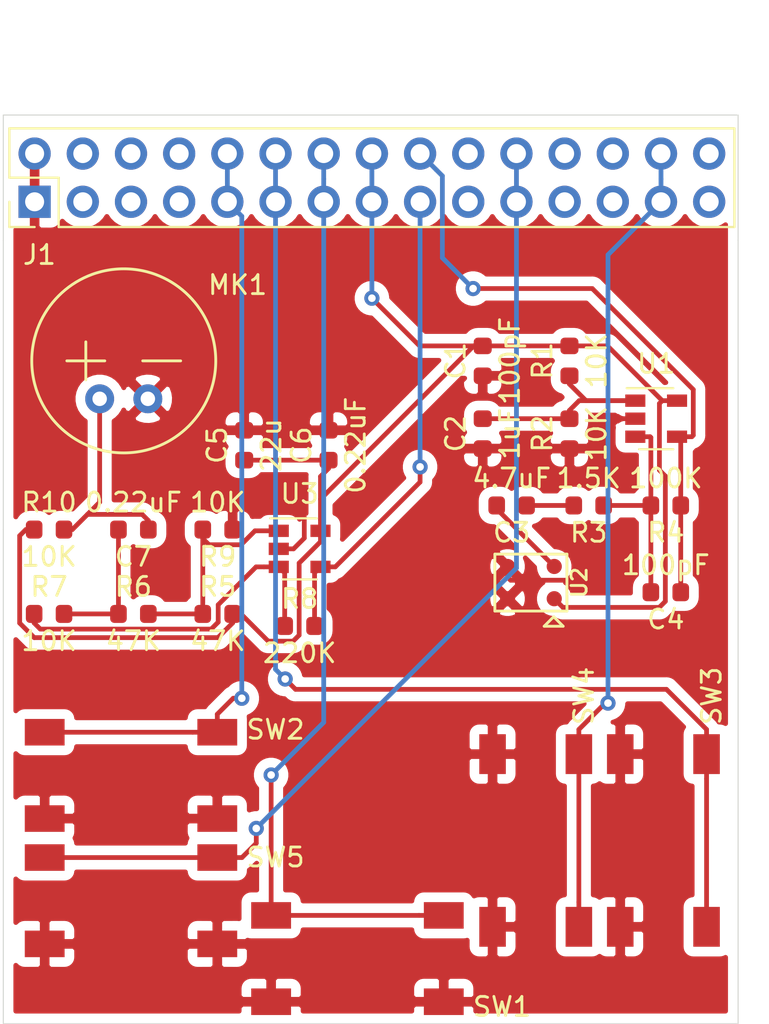
<source format=kicad_pcb>
(kicad_pcb (version 20171130) (host pcbnew "(5.1.5)-3")

  (general
    (thickness 1.6)
    (drawings 7)
    (tracks 164)
    (zones 0)
    (modules 27)
    (nets 32)
  )

  (page A4)
  (layers
    (0 F.Cu signal)
    (31 B.Cu signal)
    (32 B.Adhes user)
    (33 F.Adhes user)
    (34 B.Paste user)
    (35 F.Paste user)
    (36 B.SilkS user)
    (37 F.SilkS user)
    (38 B.Mask user)
    (39 F.Mask user)
    (40 Dwgs.User user)
    (41 Cmts.User user)
    (42 Eco1.User user)
    (43 Eco2.User user)
    (44 Edge.Cuts user)
    (45 Margin user)
    (46 B.CrtYd user)
    (47 F.CrtYd user)
    (48 B.Fab user)
    (49 F.Fab user)
  )

  (setup
    (last_trace_width 0.25)
    (trace_clearance 0.2)
    (zone_clearance 0.508)
    (zone_45_only no)
    (trace_min 0.2)
    (via_size 0.8)
    (via_drill 0.4)
    (via_min_size 0.4)
    (via_min_drill 0.3)
    (uvia_size 0.3)
    (uvia_drill 0.1)
    (uvias_allowed no)
    (uvia_min_size 0.2)
    (uvia_min_drill 0.1)
    (edge_width 0.05)
    (segment_width 0.2)
    (pcb_text_width 0.3)
    (pcb_text_size 1.5 1.5)
    (mod_edge_width 0.12)
    (mod_text_size 1 1)
    (mod_text_width 0.15)
    (pad_size 1.524 1.524)
    (pad_drill 0.762)
    (pad_to_mask_clearance 0.051)
    (solder_mask_min_width 0.25)
    (aux_axis_origin 0 0)
    (visible_elements FFFFFF7F)
    (pcbplotparams
      (layerselection 0x010fc_ffffffff)
      (usegerberextensions false)
      (usegerberattributes false)
      (usegerberadvancedattributes false)
      (creategerberjobfile false)
      (excludeedgelayer true)
      (linewidth 0.100000)
      (plotframeref false)
      (viasonmask false)
      (mode 1)
      (useauxorigin false)
      (hpglpennumber 1)
      (hpglpenspeed 20)
      (hpglpendiameter 15.000000)
      (psnegative false)
      (psa4output false)
      (plotreference true)
      (plotvalue true)
      (plotinvisibletext false)
      (padsonsilk false)
      (subtractmaskfromsilk false)
      (outputformat 1)
      (mirror false)
      (drillshape 1)
      (scaleselection 1)
      (outputdirectory ""))
  )

  (net 0 "")
  (net 1 GND)
  (net 2 "Net-(C2-Pad2)")
  (net 3 MEMS_OUT)
  (net 4 "Net-(C3-Pad2)")
  (net 5 +3V3)
  (net 6 "Net-(R5-Pad1)")
  (net 7 "Net-(R7-Pad1)")
  (net 8 ELEC_OUT)
  (net 9 BTN_1)
  (net 10 "Net-(C3-Pad1)")
  (net 11 "Net-(C4-Pad2)")
  (net 12 "Net-(C7-Pad1)")
  (net 13 "Net-(C7-Pad2)")
  (net 14 BTN_2)
  (net 15 BTN_3)
  (net 16 BTN_4)
  (net 17 "Net-(J1-Pad30)")
  (net 18 "Net-(J1-Pad29)")
  (net 19 "Net-(J1-Pad26)")
  (net 20 "Net-(J1-Pad25)")
  (net 21 "Net-(J1-Pad24)")
  (net 22 "Net-(J1-Pad23)")
  (net 23 "Net-(J1-Pad20)")
  (net 24 "Net-(J1-Pad19)")
  (net 25 "Net-(J1-Pad8)")
  (net 26 "Net-(J1-Pad7)")
  (net 27 "Net-(J1-Pad6)")
  (net 28 "Net-(J1-Pad5)")
  (net 29 "Net-(J1-Pad4)")
  (net 30 "Net-(J1-Pad3)")
  (net 31 BTN_5)

  (net_class Default "This is the default net class."
    (clearance 0.2)
    (trace_width 0.25)
    (via_dia 0.8)
    (via_drill 0.4)
    (uvia_dia 0.3)
    (uvia_drill 0.1)
    (add_net +3V3)
    (add_net BTN_1)
    (add_net BTN_2)
    (add_net BTN_3)
    (add_net BTN_4)
    (add_net BTN_5)
    (add_net ELEC_OUT)
    (add_net GND)
    (add_net MEMS_OUT)
    (add_net "Net-(C2-Pad2)")
    (add_net "Net-(C3-Pad1)")
    (add_net "Net-(C3-Pad2)")
    (add_net "Net-(C4-Pad2)")
    (add_net "Net-(C7-Pad1)")
    (add_net "Net-(C7-Pad2)")
    (add_net "Net-(J1-Pad19)")
    (add_net "Net-(J1-Pad20)")
    (add_net "Net-(J1-Pad23)")
    (add_net "Net-(J1-Pad24)")
    (add_net "Net-(J1-Pad25)")
    (add_net "Net-(J1-Pad26)")
    (add_net "Net-(J1-Pad29)")
    (add_net "Net-(J1-Pad3)")
    (add_net "Net-(J1-Pad30)")
    (add_net "Net-(J1-Pad4)")
    (add_net "Net-(J1-Pad5)")
    (add_net "Net-(J1-Pad6)")
    (add_net "Net-(J1-Pad7)")
    (add_net "Net-(J1-Pad8)")
    (add_net "Net-(R5-Pad1)")
    (add_net "Net-(R7-Pad1)")
  )

  (module Swadge_Parts:SW_4-1437565-2 (layer F.Cu) (tedit 5D6D1A8D) (tstamp 5EB69596)
    (at 127.254 97.536)
    (path /5ECB2AB9)
    (attr smd)
    (fp_text reference SW1 (at 7.62 2.54) (layer F.SilkS)
      (effects (font (size 1 1) (thickness 0.15)))
    )
    (fp_text value 4-1437565-2 (at 0 -4.064) (layer F.Fab)
      (effects (font (size 1 1) (thickness 0.15)))
    )
    (fp_circle (center 0 0) (end 1.75 0) (layer F.Fab) (width 0.127))
    (fp_line (start -2.99974 -2.9972) (end -2.99974 2.9972) (layer F.Fab) (width 0.127))
    (fp_line (start 3.00228 -2.9972) (end -2.99974 -2.9972) (layer F.Fab) (width 0.127))
    (fp_line (start 3.00228 2.99974) (end 3.00228 -2.9972) (layer F.Fab) (width 0.127))
    (fp_line (start -2.99212 2.99974) (end 3.00228 2.99974) (layer F.Fab) (width 0.127))
    (fp_line (start 5.914 3.25) (end -5.914 3.25) (layer Eco1.User) (width 0.05))
    (fp_line (start 5.914 -3.25) (end 5.914 3.25) (layer Eco1.User) (width 0.05))
    (fp_line (start -5.914 -3.25) (end 5.914 -3.25) (layer Eco1.User) (width 0.05))
    (fp_line (start -5.914 3.25) (end -5.914 -3.25) (layer Eco1.User) (width 0.05))
    (fp_circle (center 0 0) (end 1.75 0) (layer Dwgs.User) (width 0.127))
    (fp_line (start 3 3) (end -3 3) (layer Dwgs.User) (width 0.127))
    (fp_line (start 3 -3) (end 3 3) (layer Dwgs.User) (width 0.127))
    (fp_line (start -3 -3) (end 3 -3) (layer Dwgs.User) (width 0.127))
    (fp_line (start -3 3) (end -3 -3) (layer Dwgs.User) (width 0.127))
    (pad 4 smd rect (at 4.55 2.275) (size 2.1 1.4) (layers F.Cu F.Paste F.Mask)
      (net 1 GND))
    (pad 3 smd rect (at -4.55 2.275) (size 2.1 1.4) (layers F.Cu F.Paste F.Mask)
      (net 1 GND))
    (pad 2 smd rect (at 4.55 -2.275) (size 2.1 1.4) (layers F.Cu F.Paste F.Mask)
      (net 9 BTN_1))
    (pad 1 smd rect (at -4.55 -2.275) (size 2.1 1.4) (layers F.Cu F.Paste F.Mask)
      (net 9 BTN_1))
    (model ${KIPRJMOD}/../Swadge-Parts/package3d/FSM4JSMATR--3DModel-STEP-56544.STEP
      (at (xyz 0 0 0))
      (scale (xyz 1 1 1))
      (rotate (xyz -90 0 90))
    )
  )

  (module Swadge_Parts:PinHeader_2x15_P2.54mm_Vertical (layer F.Cu) (tedit 5CAA5BEB) (tstamp 5EB65050)
    (at 110.236 57.658 90)
    (descr "Through hole straight pin header, 2x15, 2.54mm pitch, double rows")
    (tags "Through hole pin header THT 2x15 2.54mm double row")
    (path /5EC68372)
    (fp_text reference J1 (at -2.794 0.254 180) (layer F.SilkS)
      (effects (font (size 1 1) (thickness 0.15)))
    )
    (fp_text value Conn_02x15_Top_Bottom (at 1.27 37.89 90) (layer F.Fab)
      (effects (font (size 1 1) (thickness 0.15)))
    )
    (fp_text user %R (at 1.27 17.78) (layer F.Fab)
      (effects (font (size 1 1) (thickness 0.15)))
    )
    (fp_line (start 4.35 -1.8) (end -1.8 -1.8) (layer F.CrtYd) (width 0.05))
    (fp_line (start 4.35 37.35) (end 4.35 -1.8) (layer F.CrtYd) (width 0.05))
    (fp_line (start -1.8 37.35) (end 4.35 37.35) (layer F.CrtYd) (width 0.05))
    (fp_line (start -1.8 -1.8) (end -1.8 37.35) (layer F.CrtYd) (width 0.05))
    (fp_line (start -1.33 -1.33) (end 0 -1.33) (layer F.SilkS) (width 0.12))
    (fp_line (start -1.33 0) (end -1.33 -1.33) (layer F.SilkS) (width 0.12))
    (fp_line (start 1.27 -1.33) (end 3.87 -1.33) (layer F.SilkS) (width 0.12))
    (fp_line (start 1.27 1.27) (end 1.27 -1.33) (layer F.SilkS) (width 0.12))
    (fp_line (start -1.33 1.27) (end 1.27 1.27) (layer F.SilkS) (width 0.12))
    (fp_line (start 3.87 -1.33) (end 3.87 36.89) (layer F.SilkS) (width 0.12))
    (fp_line (start -1.33 1.27) (end -1.33 36.89) (layer F.SilkS) (width 0.12))
    (fp_line (start -1.33 36.89) (end 3.87 36.89) (layer F.SilkS) (width 0.12))
    (fp_line (start -1.27 0) (end 0 -1.27) (layer F.Fab) (width 0.1))
    (fp_line (start -1.27 36.83) (end -1.27 0) (layer F.Fab) (width 0.1))
    (fp_line (start 3.81 36.83) (end -1.27 36.83) (layer F.Fab) (width 0.1))
    (fp_line (start 3.81 -1.27) (end 3.81 36.83) (layer F.Fab) (width 0.1))
    (fp_line (start 0 -1.27) (end 3.81 -1.27) (layer F.Fab) (width 0.1))
    (pad 30 thru_hole oval (at 2.54 35.56 90) (size 1.7 1.7) (drill 1) (layers *.Cu *.Mask)
      (net 17 "Net-(J1-Pad30)"))
    (pad 29 thru_hole oval (at 0 35.56 90) (size 1.7 1.7) (drill 1) (layers *.Cu *.Mask)
      (net 18 "Net-(J1-Pad29)"))
    (pad 28 thru_hole oval (at 2.54 33.02 90) (size 1.7 1.7) (drill 1) (layers *.Cu *.Mask)
      (net 16 BTN_4))
    (pad 27 thru_hole oval (at 0 33.02 90) (size 1.7 1.7) (drill 1) (layers *.Cu *.Mask)
      (net 16 BTN_4))
    (pad 26 thru_hole oval (at 2.54 30.48 90) (size 1.7 1.7) (drill 1) (layers *.Cu *.Mask)
      (net 19 "Net-(J1-Pad26)"))
    (pad 25 thru_hole oval (at 0 30.48 90) (size 1.7 1.7) (drill 1) (layers *.Cu *.Mask)
      (net 20 "Net-(J1-Pad25)"))
    (pad 24 thru_hole oval (at 2.54 27.94 90) (size 1.7 1.7) (drill 1) (layers *.Cu *.Mask)
      (net 21 "Net-(J1-Pad24)"))
    (pad 23 thru_hole oval (at 0 27.94 90) (size 1.7 1.7) (drill 1) (layers *.Cu *.Mask)
      (net 22 "Net-(J1-Pad23)"))
    (pad 22 thru_hole oval (at 2.54 25.4 90) (size 1.7 1.7) (drill 1) (layers *.Cu *.Mask)
      (net 31 BTN_5))
    (pad 21 thru_hole oval (at 0 25.4 90) (size 1.7 1.7) (drill 1) (layers *.Cu *.Mask)
      (net 31 BTN_5))
    (pad 20 thru_hole oval (at 2.54 22.86 90) (size 1.7 1.7) (drill 1) (layers *.Cu *.Mask)
      (net 23 "Net-(J1-Pad20)"))
    (pad 19 thru_hole oval (at 0 22.86 90) (size 1.7 1.7) (drill 1) (layers *.Cu *.Mask)
      (net 24 "Net-(J1-Pad19)"))
    (pad 18 thru_hole oval (at 2.54 20.32 90) (size 1.7 1.7) (drill 1) (layers *.Cu *.Mask)
      (net 3 MEMS_OUT))
    (pad 17 thru_hole oval (at 0 20.32 90) (size 1.7 1.7) (drill 1) (layers *.Cu *.Mask)
      (net 8 ELEC_OUT))
    (pad 16 thru_hole oval (at 2.54 17.78 90) (size 1.7 1.7) (drill 1) (layers *.Cu *.Mask)
      (net 5 +3V3))
    (pad 15 thru_hole oval (at 0 17.78 90) (size 1.7 1.7) (drill 1) (layers *.Cu *.Mask)
      (net 5 +3V3))
    (pad 14 thru_hole oval (at 2.54 15.24 90) (size 1.7 1.7) (drill 1) (layers *.Cu *.Mask)
      (net 9 BTN_1))
    (pad 13 thru_hole oval (at 0 15.24 90) (size 1.7 1.7) (drill 1) (layers *.Cu *.Mask)
      (net 9 BTN_1))
    (pad 12 thru_hole oval (at 2.54 12.7 90) (size 1.7 1.7) (drill 1) (layers *.Cu *.Mask)
      (net 15 BTN_3))
    (pad 11 thru_hole oval (at 0 12.7 90) (size 1.7 1.7) (drill 1) (layers *.Cu *.Mask)
      (net 15 BTN_3))
    (pad 10 thru_hole oval (at 2.54 10.16 90) (size 1.7 1.7) (drill 1) (layers *.Cu *.Mask)
      (net 14 BTN_2))
    (pad 9 thru_hole oval (at 0 10.16 90) (size 1.7 1.7) (drill 1) (layers *.Cu *.Mask)
      (net 14 BTN_2))
    (pad 8 thru_hole oval (at 2.54 7.62 90) (size 1.7 1.7) (drill 1) (layers *.Cu *.Mask)
      (net 25 "Net-(J1-Pad8)"))
    (pad 7 thru_hole oval (at 0 7.62 90) (size 1.7 1.7) (drill 1) (layers *.Cu *.Mask)
      (net 26 "Net-(J1-Pad7)"))
    (pad 6 thru_hole oval (at 2.54 5.08 90) (size 1.7 1.7) (drill 1) (layers *.Cu *.Mask)
      (net 27 "Net-(J1-Pad6)"))
    (pad 5 thru_hole oval (at 0 5.08 90) (size 1.7 1.7) (drill 1) (layers *.Cu *.Mask)
      (net 28 "Net-(J1-Pad5)"))
    (pad 4 thru_hole oval (at 2.54 2.54 90) (size 1.7 1.7) (drill 1) (layers *.Cu *.Mask)
      (net 29 "Net-(J1-Pad4)"))
    (pad 3 thru_hole oval (at 0 2.54 90) (size 1.7 1.7) (drill 1) (layers *.Cu *.Mask)
      (net 30 "Net-(J1-Pad3)"))
    (pad 2 thru_hole oval (at 2.54 0 90) (size 1.7 1.7) (drill 1) (layers *.Cu *.Mask)
      (net 1 GND))
    (pad 1 thru_hole rect (at 0 0 90) (size 1.7 1.7) (drill 1) (layers *.Cu *.Mask)
      (net 1 GND))
    (model ${KIPRJMOD}/../Swadge-Parts/package3d/PinHeader_2x15_P2.54mm_Vertical.wrl
      (at (xyz 0 0 0))
      (scale (xyz 1 1 1))
      (rotate (xyz 0 0 0))
    )
  )

  (module Swadge_Parts:C_0603_1608Metric (layer F.Cu) (tedit 5D6D1C16) (tstamp 5EB62C27)
    (at 133.858 66.04 90)
    (descr "Capacitor SMD 0603 (1608 Metric), square (rectangular) end terminal, IPC_7351 nominal, (Body size source: http://www.tortai-tech.com/upload/download/2011102023233369053.pdf), generated with kicad-footprint-generator")
    (tags capacitor)
    (path /5EC3024F)
    (attr smd)
    (fp_text reference C1 (at 0 -1.43 90) (layer F.SilkS)
      (effects (font (size 1 1) (thickness 0.15)))
    )
    (fp_text value 100pF (at 0 1.43 90) (layer F.SilkS)
      (effects (font (size 1 1) (thickness 0.15)))
    )
    (fp_line (start -0.8 0.4) (end -0.8 -0.4) (layer F.Fab) (width 0.1))
    (fp_line (start -0.8 -0.4) (end 0.8 -0.4) (layer F.Fab) (width 0.1))
    (fp_line (start 0.8 -0.4) (end 0.8 0.4) (layer F.Fab) (width 0.1))
    (fp_line (start 0.8 0.4) (end -0.8 0.4) (layer F.Fab) (width 0.1))
    (fp_line (start -0.162779 -0.51) (end 0.162779 -0.51) (layer F.Fab) (width 0.12))
    (fp_line (start -0.162779 0.51) (end 0.162779 0.51) (layer F.Fab) (width 0.12))
    (fp_line (start -1.48 0.73) (end -1.48 -0.73) (layer F.CrtYd) (width 0.05))
    (fp_line (start -1.48 -0.73) (end 1.48 -0.73) (layer F.CrtYd) (width 0.05))
    (fp_line (start 1.48 -0.73) (end 1.48 0.73) (layer F.CrtYd) (width 0.05))
    (fp_line (start 1.48 0.73) (end -1.48 0.73) (layer F.CrtYd) (width 0.05))
    (fp_text user %R (at 0 0 90) (layer F.Fab)
      (effects (font (size 0.4 0.4) (thickness 0.06)))
    )
    (pad 1 smd roundrect (at -0.7875 0 90) (size 0.875 0.95) (layers F.Cu F.Paste F.Mask) (roundrect_rratio 0.25)
      (net 1 GND))
    (pad 2 smd roundrect (at 0.7875 0 90) (size 0.875 0.95) (layers F.Cu F.Paste F.Mask) (roundrect_rratio 0.25)
      (net 5 +3V3))
    (model ${KIPRJMOD}/../Swadge-Parts/package3d/C_0603_1608Metric.wrl
      (at (xyz 0 0 0))
      (scale (xyz 1 1 1))
      (rotate (xyz 0 0 0))
    )
  )

  (module Swadge_Parts:SOT-23-5 (layer F.Cu) (tedit 5C468A9D) (tstamp 5EB6128F)
    (at 124.206 75.946)
    (descr "5-pin SOT23 package")
    (tags SOT-23-5)
    (path /5EB8F570)
    (attr smd)
    (fp_text reference U3 (at 0 -2.9) (layer F.SilkS)
      (effects (font (size 1 1) (thickness 0.15)))
    )
    (fp_text value GS321-TR (at 3.048 2.032 90) (layer F.Fab)
      (effects (font (size 1 1) (thickness 0.15)))
    )
    (fp_line (start 0.9 -1.55) (end 0.9 1.55) (layer F.Fab) (width 0.1))
    (fp_line (start 0.9 1.55) (end -0.9 1.55) (layer F.Fab) (width 0.1))
    (fp_line (start -0.9 -0.9) (end -0.9 1.55) (layer F.Fab) (width 0.1))
    (fp_line (start 0.9 -1.55) (end -0.25 -1.55) (layer F.Fab) (width 0.1))
    (fp_line (start -0.9 -0.9) (end -0.25 -1.55) (layer F.Fab) (width 0.1))
    (fp_line (start -1.9 1.8) (end -1.9 -1.8) (layer F.CrtYd) (width 0.05))
    (fp_line (start 1.9 1.8) (end -1.9 1.8) (layer F.CrtYd) (width 0.05))
    (fp_line (start 1.9 -1.8) (end 1.9 1.8) (layer F.CrtYd) (width 0.05))
    (fp_line (start -1.9 -1.8) (end 1.9 -1.8) (layer F.CrtYd) (width 0.05))
    (fp_line (start 0.9 -1.61) (end -1.55 -1.61) (layer F.SilkS) (width 0.12))
    (fp_line (start -0.9 1.61) (end 0.9 1.61) (layer F.SilkS) (width 0.12))
    (fp_text user %R (at 0 0 90) (layer F.Fab)
      (effects (font (size 0.5 0.5) (thickness 0.075)))
    )
    (pad 5 smd rect (at 1.1 -0.95) (size 1.06 0.65) (layers F.Cu F.Paste F.Mask)
      (net 5 +3V3))
    (pad 4 smd rect (at 1.1 0.95) (size 1.06 0.65) (layers F.Cu F.Paste F.Mask)
      (net 8 ELEC_OUT))
    (pad 3 smd rect (at -1.1 0.95) (size 1.06 0.65) (layers F.Cu F.Paste F.Mask)
      (net 7 "Net-(R7-Pad1)"))
    (pad 2 smd rect (at -1.1 0) (size 1.06 0.65) (layers F.Cu F.Paste F.Mask)
      (net 1 GND))
    (pad 1 smd rect (at -1.1 -0.95) (size 1.06 0.65) (layers F.Cu F.Paste F.Mask)
      (net 6 "Net-(R5-Pad1)"))
    (model ${KIPRJMOD}/../Swadge-Parts/package3d/SOT-23-5.wrl
      (at (xyz 0 0 0))
      (scale (xyz 1 1 1))
      (rotate (xyz 0 0 0))
    )
  )

  (module Swadge_Parts:MICROPHONE-AM4311T42A0 (layer F.Cu) (tedit 5EAA50A6) (tstamp 5EB6127A)
    (at 136.398 77.724 270)
    (descr "Analog MEMS Microphone")
    (path /5EB607F8)
    (fp_text reference U2 (at 0 -2.55 90) (layer F.SilkS)
      (effects (font (size 0.8 0.8) (thickness 0.15)))
    )
    (fp_text value AM4311T42A0 (at 0 2.6 90) (layer F.Fab) hide
      (effects (font (size 0.8 0.8) (thickness 0.15)))
    )
    (fp_line (start 2.3 -0.7) (end 1.8 -1.2) (layer F.SilkS) (width 0.15))
    (fp_line (start 2.3 -1.7) (end 2.3 -0.7) (layer F.SilkS) (width 0.15))
    (fp_line (start 1.8 -1.2) (end 2.3 -1.7) (layer F.SilkS) (width 0.15))
    (fp_line (start -1.65 2.05) (end -1.65 -2.05) (layer F.CrtYd) (width 0.05))
    (fp_line (start 1.65 2.05) (end -1.65 2.05) (layer F.CrtYd) (width 0.05))
    (fp_line (start 1.65 -2.05) (end 1.65 2.05) (layer F.CrtYd) (width 0.05))
    (fp_line (start -1.65 -2.05) (end 1.65 -2.05) (layer F.CrtYd) (width 0.05))
    (fp_line (start -1.5 1.9) (end -1.5 -1.9) (layer F.SilkS) (width 0.15))
    (fp_line (start 1.5 1.9) (end -1.5 1.9) (layer F.SilkS) (width 0.15))
    (fp_line (start 1.5 -1.9) (end 1.5 1.9) (layer F.SilkS) (width 0.15))
    (fp_line (start -1.5 -1.9) (end 1.5 -1.9) (layer F.SilkS) (width 0.15))
    (fp_circle (center 0 -0.7) (end 0.25 -0.5) (layer F.Fab) (width 0.1))
    (fp_arc (start 1.05 -1.45) (end 1.05 -1.65) (angle 90) (layer F.Fab) (width 0.1))
    (fp_line (start 1.05 -1.65) (end -1.05 -1.65) (layer F.Fab) (width 0.1))
    (fp_line (start 1.25 1.45) (end 1.25 -1.45) (layer F.Fab) (width 0.1))
    (fp_line (start -1.05 1.65) (end 1.05 1.65) (layer F.Fab) (width 0.1))
    (fp_line (start -1.25 -1.45) (end -1.25 1.45) (layer F.Fab) (width 0.1))
    (fp_line (start 1.5 -1.9) (end -1.5 -1.9) (layer F.Fab) (width 0.15))
    (fp_line (start 1.5 1.9) (end 1.5 -1.9) (layer F.Fab) (width 0.15))
    (fp_line (start -1.5 1.9) (end 1.5 1.9) (layer F.Fab) (width 0.15))
    (fp_line (start -1.5 -1.9) (end -1.5 1.9) (layer F.Fab) (width 0.15))
    (fp_arc (start 1.05 1.45) (end 1.25 1.45) (angle 90) (layer F.Fab) (width 0.1))
    (fp_arc (start -1.05 1.45) (end -1.05 1.65) (angle 90) (layer F.Fab) (width 0.1))
    (fp_arc (start -1.05 -1.45) (end -1.25 -1.45) (angle 90) (layer F.Fab) (width 0.1))
    (pad 1 smd circle (at 0.85 -1.23 270) (size 0.8 0.8) (layers F.Cu F.Paste F.Mask)
      (net 5 +3V3))
    (pad 2 smd circle (at 0.85 1.23 270) (size 0.8 0.8) (layers F.Cu F.Paste F.Mask)
      (net 1 GND))
    (pad 3 smd circle (at -0.85 1.23 270) (size 0.8 0.8) (layers F.Cu F.Paste F.Mask)
      (net 1 GND))
    (pad 4 smd circle (at -0.85 -1.23 270) (size 0.8 0.8) (layers F.Cu F.Paste F.Mask)
      (net 4 "Net-(C3-Pad2)"))
    (model ${KIPRJMOD}/../Swadge-Parts/package3d/AM4311T42A0.step
      (at (xyz 0 0 0))
      (scale (xyz 1 1 1))
      (rotate (xyz -90 0 180))
    )
  )

  (module Swadge_Parts:SOT-23-5 (layer F.Cu) (tedit 5C468A9D) (tstamp 5EB6125A)
    (at 143.002 69.088)
    (descr "5-pin SOT23 package")
    (tags SOT-23-5)
    (path /5EB8580C)
    (attr smd)
    (fp_text reference U1 (at 0 -2.9) (layer F.SilkS)
      (effects (font (size 1 1) (thickness 0.15)))
    )
    (fp_text value GS321-TR (at 3.048 -1.524 90) (layer F.Fab)
      (effects (font (size 1 1) (thickness 0.15)))
    )
    (fp_line (start 0.9 -1.55) (end 0.9 1.55) (layer F.Fab) (width 0.1))
    (fp_line (start 0.9 1.55) (end -0.9 1.55) (layer F.Fab) (width 0.1))
    (fp_line (start -0.9 -0.9) (end -0.9 1.55) (layer F.Fab) (width 0.1))
    (fp_line (start 0.9 -1.55) (end -0.25 -1.55) (layer F.Fab) (width 0.1))
    (fp_line (start -0.9 -0.9) (end -0.25 -1.55) (layer F.Fab) (width 0.1))
    (fp_line (start -1.9 1.8) (end -1.9 -1.8) (layer F.CrtYd) (width 0.05))
    (fp_line (start 1.9 1.8) (end -1.9 1.8) (layer F.CrtYd) (width 0.05))
    (fp_line (start 1.9 -1.8) (end 1.9 1.8) (layer F.CrtYd) (width 0.05))
    (fp_line (start -1.9 -1.8) (end 1.9 -1.8) (layer F.CrtYd) (width 0.05))
    (fp_line (start 0.9 -1.61) (end -1.55 -1.61) (layer F.SilkS) (width 0.12))
    (fp_line (start -0.9 1.61) (end 0.9 1.61) (layer F.SilkS) (width 0.12))
    (fp_text user %R (at 0 0 90) (layer F.Fab)
      (effects (font (size 0.5 0.5) (thickness 0.075)))
    )
    (pad 5 smd rect (at 1.1 -0.95) (size 1.06 0.65) (layers F.Cu F.Paste F.Mask)
      (net 5 +3V3))
    (pad 4 smd rect (at 1.1 0.95) (size 1.06 0.65) (layers F.Cu F.Paste F.Mask)
      (net 3 MEMS_OUT))
    (pad 3 smd rect (at -1.1 0.95) (size 1.06 0.65) (layers F.Cu F.Paste F.Mask)
      (net 11 "Net-(C4-Pad2)"))
    (pad 2 smd rect (at -1.1 0) (size 1.06 0.65) (layers F.Cu F.Paste F.Mask)
      (net 1 GND))
    (pad 1 smd rect (at -1.1 -0.95) (size 1.06 0.65) (layers F.Cu F.Paste F.Mask)
      (net 2 "Net-(C2-Pad2)"))
    (model ${KIPRJMOD}/../Swadge-Parts/package3d/SOT-23-5.wrl
      (at (xyz 0 0 0))
      (scale (xyz 1 1 1))
      (rotate (xyz 0 0 0))
    )
  )

  (module Swadge_Parts:SW_4-1437565-2 (layer F.Cu) (tedit 5D6D1A8D) (tstamp 5EB61245)
    (at 136.652 91.313 270)
    (path /5EC00D9C)
    (attr smd)
    (fp_text reference SW4 (at -7.62 -2.54 90) (layer F.SilkS)
      (effects (font (size 1 1) (thickness 0.15)))
    )
    (fp_text value 4-1437565-2 (at -0.635 -3.81 90) (layer F.Fab)
      (effects (font (size 1 1) (thickness 0.15)))
    )
    (fp_circle (center 0 0) (end 1.75 0) (layer F.Fab) (width 0.127))
    (fp_line (start -2.99974 -2.9972) (end -2.99974 2.9972) (layer F.Fab) (width 0.127))
    (fp_line (start 3.00228 -2.9972) (end -2.99974 -2.9972) (layer F.Fab) (width 0.127))
    (fp_line (start 3.00228 2.99974) (end 3.00228 -2.9972) (layer F.Fab) (width 0.127))
    (fp_line (start -2.99212 2.99974) (end 3.00228 2.99974) (layer F.Fab) (width 0.127))
    (fp_line (start 5.914 3.25) (end -5.914 3.25) (layer Eco1.User) (width 0.05))
    (fp_line (start 5.914 -3.25) (end 5.914 3.25) (layer Eco1.User) (width 0.05))
    (fp_line (start -5.914 -3.25) (end 5.914 -3.25) (layer Eco1.User) (width 0.05))
    (fp_line (start -5.914 3.25) (end -5.914 -3.25) (layer Eco1.User) (width 0.05))
    (fp_circle (center 0 0) (end 1.75 0) (layer Dwgs.User) (width 0.127))
    (fp_line (start 3 3) (end -3 3) (layer Dwgs.User) (width 0.127))
    (fp_line (start 3 -3) (end 3 3) (layer Dwgs.User) (width 0.127))
    (fp_line (start -3 -3) (end 3 -3) (layer Dwgs.User) (width 0.127))
    (fp_line (start -3 3) (end -3 -3) (layer Dwgs.User) (width 0.127))
    (pad 4 smd rect (at 4.55 2.275 270) (size 2.1 1.4) (layers F.Cu F.Paste F.Mask)
      (net 1 GND))
    (pad 3 smd rect (at -4.55 2.275 270) (size 2.1 1.4) (layers F.Cu F.Paste F.Mask)
      (net 1 GND))
    (pad 2 smd rect (at 4.55 -2.275 270) (size 2.1 1.4) (layers F.Cu F.Paste F.Mask)
      (net 16 BTN_4))
    (pad 1 smd rect (at -4.55 -2.275 270) (size 2.1 1.4) (layers F.Cu F.Paste F.Mask)
      (net 16 BTN_4))
    (model ${KIPRJMOD}/../Swadge-Parts/package3d/FSM4JSMATR--3DModel-STEP-56544.STEP
      (at (xyz 0 0 0))
      (scale (xyz 1 1 1))
      (rotate (xyz -90 0 90))
    )
  )

  (module Swadge_Parts:SW_4-1437565-2 (layer F.Cu) (tedit 5D6D1A8D) (tstamp 5EB6122F)
    (at 143.383 91.313 270)
    (path /5EBFE23A)
    (attr smd)
    (fp_text reference SW3 (at -7.62 -2.54 90) (layer F.SilkS)
      (effects (font (size 1 1) (thickness 0.15)))
    )
    (fp_text value 4-1437565-2 (at -0.635 4.064 90) (layer F.Fab)
      (effects (font (size 1 1) (thickness 0.15)))
    )
    (fp_circle (center 0 0) (end 1.75 0) (layer F.Fab) (width 0.127))
    (fp_line (start -2.99974 -2.9972) (end -2.99974 2.9972) (layer F.Fab) (width 0.127))
    (fp_line (start 3.00228 -2.9972) (end -2.99974 -2.9972) (layer F.Fab) (width 0.127))
    (fp_line (start 3.00228 2.99974) (end 3.00228 -2.9972) (layer F.Fab) (width 0.127))
    (fp_line (start -2.99212 2.99974) (end 3.00228 2.99974) (layer F.Fab) (width 0.127))
    (fp_line (start 5.914 3.25) (end -5.914 3.25) (layer Eco1.User) (width 0.05))
    (fp_line (start 5.914 -3.25) (end 5.914 3.25) (layer Eco1.User) (width 0.05))
    (fp_line (start -5.914 -3.25) (end 5.914 -3.25) (layer Eco1.User) (width 0.05))
    (fp_line (start -5.914 3.25) (end -5.914 -3.25) (layer Eco1.User) (width 0.05))
    (fp_circle (center 0 0) (end 1.75 0) (layer Dwgs.User) (width 0.127))
    (fp_line (start 3 3) (end -3 3) (layer Dwgs.User) (width 0.127))
    (fp_line (start 3 -3) (end 3 3) (layer Dwgs.User) (width 0.127))
    (fp_line (start -3 -3) (end 3 -3) (layer Dwgs.User) (width 0.127))
    (fp_line (start -3 3) (end -3 -3) (layer Dwgs.User) (width 0.127))
    (pad 4 smd rect (at 4.55 2.275 270) (size 2.1 1.4) (layers F.Cu F.Paste F.Mask)
      (net 1 GND))
    (pad 3 smd rect (at -4.55 2.275 270) (size 2.1 1.4) (layers F.Cu F.Paste F.Mask)
      (net 1 GND))
    (pad 2 smd rect (at 4.55 -2.275 270) (size 2.1 1.4) (layers F.Cu F.Paste F.Mask)
      (net 15 BTN_3))
    (pad 1 smd rect (at -4.55 -2.275 270) (size 2.1 1.4) (layers F.Cu F.Paste F.Mask)
      (net 15 BTN_3))
    (model ${KIPRJMOD}/../Swadge-Parts/package3d/FSM4JSMATR--3DModel-STEP-56544.STEP
      (at (xyz 0 0 0))
      (scale (xyz 1 1 1))
      (rotate (xyz -90 0 90))
    )
  )

  (module Swadge_Parts:SW_4-1437565-2 (layer F.Cu) (tedit 5D6D1A8D) (tstamp 5EB65C66)
    (at 115.316 87.884)
    (path /5EC00D7C)
    (attr smd)
    (fp_text reference SW2 (at 7.62 -2.413) (layer F.SilkS)
      (effects (font (size 1 1) (thickness 0.15)))
    )
    (fp_text value 4-1437565-2 (at -0.508 -4.064) (layer F.Fab)
      (effects (font (size 1 1) (thickness 0.15)))
    )
    (fp_circle (center 0 0) (end 1.75 0) (layer F.Fab) (width 0.127))
    (fp_line (start -2.99974 -2.9972) (end -2.99974 2.9972) (layer F.Fab) (width 0.127))
    (fp_line (start 3.00228 -2.9972) (end -2.99974 -2.9972) (layer F.Fab) (width 0.127))
    (fp_line (start 3.00228 2.99974) (end 3.00228 -2.9972) (layer F.Fab) (width 0.127))
    (fp_line (start -2.99212 2.99974) (end 3.00228 2.99974) (layer F.Fab) (width 0.127))
    (fp_line (start 5.914 3.25) (end -5.914 3.25) (layer Eco1.User) (width 0.05))
    (fp_line (start 5.914 -3.25) (end 5.914 3.25) (layer Eco1.User) (width 0.05))
    (fp_line (start -5.914 -3.25) (end 5.914 -3.25) (layer Eco1.User) (width 0.05))
    (fp_line (start -5.914 3.25) (end -5.914 -3.25) (layer Eco1.User) (width 0.05))
    (fp_circle (center 0 0) (end 1.75 0) (layer Dwgs.User) (width 0.127))
    (fp_line (start 3 3) (end -3 3) (layer Dwgs.User) (width 0.127))
    (fp_line (start 3 -3) (end 3 3) (layer Dwgs.User) (width 0.127))
    (fp_line (start -3 -3) (end 3 -3) (layer Dwgs.User) (width 0.127))
    (fp_line (start -3 3) (end -3 -3) (layer Dwgs.User) (width 0.127))
    (pad 4 smd rect (at 4.55 2.275) (size 2.1 1.4) (layers F.Cu F.Paste F.Mask)
      (net 1 GND))
    (pad 3 smd rect (at -4.55 2.275) (size 2.1 1.4) (layers F.Cu F.Paste F.Mask)
      (net 1 GND))
    (pad 2 smd rect (at 4.55 -2.275) (size 2.1 1.4) (layers F.Cu F.Paste F.Mask)
      (net 14 BTN_2))
    (pad 1 smd rect (at -4.55 -2.275) (size 2.1 1.4) (layers F.Cu F.Paste F.Mask)
      (net 14 BTN_2))
    (model ${KIPRJMOD}/../Swadge-Parts/package3d/FSM4JSMATR--3DModel-STEP-56544.STEP
      (at (xyz 0 0 0))
      (scale (xyz 1 1 1))
      (rotate (xyz -90 0 90))
    )
  )

  (module Swadge_Parts:SW_4-1437565-2 (layer F.Cu) (tedit 5D6D1A8D) (tstamp 5EB61203)
    (at 115.316 94.488)
    (path /5EB665B5)
    (attr smd)
    (fp_text reference SW5 (at 7.62 -2.286) (layer F.SilkS)
      (effects (font (size 1 1) (thickness 0.15)))
    )
    (fp_text value 4-1437565-2 (at -0.508 4.064) (layer F.Fab)
      (effects (font (size 1 1) (thickness 0.15)))
    )
    (fp_circle (center 0 0) (end 1.75 0) (layer F.Fab) (width 0.127))
    (fp_line (start -2.99974 -2.9972) (end -2.99974 2.9972) (layer F.Fab) (width 0.127))
    (fp_line (start 3.00228 -2.9972) (end -2.99974 -2.9972) (layer F.Fab) (width 0.127))
    (fp_line (start 3.00228 2.99974) (end 3.00228 -2.9972) (layer F.Fab) (width 0.127))
    (fp_line (start -2.99212 2.99974) (end 3.00228 2.99974) (layer F.Fab) (width 0.127))
    (fp_line (start 5.914 3.25) (end -5.914 3.25) (layer Eco1.User) (width 0.05))
    (fp_line (start 5.914 -3.25) (end 5.914 3.25) (layer Eco1.User) (width 0.05))
    (fp_line (start -5.914 -3.25) (end 5.914 -3.25) (layer Eco1.User) (width 0.05))
    (fp_line (start -5.914 3.25) (end -5.914 -3.25) (layer Eco1.User) (width 0.05))
    (fp_circle (center 0 0) (end 1.75 0) (layer Dwgs.User) (width 0.127))
    (fp_line (start 3 3) (end -3 3) (layer Dwgs.User) (width 0.127))
    (fp_line (start 3 -3) (end 3 3) (layer Dwgs.User) (width 0.127))
    (fp_line (start -3 -3) (end 3 -3) (layer Dwgs.User) (width 0.127))
    (fp_line (start -3 3) (end -3 -3) (layer Dwgs.User) (width 0.127))
    (pad 4 smd rect (at 4.55 2.275) (size 2.1 1.4) (layers F.Cu F.Paste F.Mask)
      (net 1 GND))
    (pad 3 smd rect (at -4.55 2.275) (size 2.1 1.4) (layers F.Cu F.Paste F.Mask)
      (net 1 GND))
    (pad 2 smd rect (at 4.55 -2.275) (size 2.1 1.4) (layers F.Cu F.Paste F.Mask)
      (net 31 BTN_5))
    (pad 1 smd rect (at -4.55 -2.275) (size 2.1 1.4) (layers F.Cu F.Paste F.Mask)
      (net 31 BTN_5))
    (model ${KIPRJMOD}/../Swadge-Parts/package3d/FSM4JSMATR--3DModel-STEP-56544.STEP
      (at (xyz 0 0 0))
      (scale (xyz 1 1 1))
      (rotate (xyz -90 0 90))
    )
  )

  (module Swadge_Parts:R_0603_1608Metric (layer F.Cu) (tedit 5D6D1C33) (tstamp 5EB611ED)
    (at 110.998 74.93)
    (descr "Resistor SMD 0603 (1608 Metric), square (rectangular) end terminal, IPC_7351 nominal, (Body size source: http://www.tortai-tech.com/upload/download/2011102023233369053.pdf), generated with kicad-footprint-generator")
    (tags resistor)
    (path /5EBA3426)
    (attr smd)
    (fp_text reference R10 (at 0 -1.43) (layer F.SilkS)
      (effects (font (size 1 1) (thickness 0.15)))
    )
    (fp_text value 10K (at 0 1.43) (layer F.SilkS)
      (effects (font (size 1 1) (thickness 0.15)))
    )
    (fp_line (start -0.8 0.4) (end -0.8 -0.4) (layer F.Fab) (width 0.1))
    (fp_line (start -0.8 -0.4) (end 0.8 -0.4) (layer F.Fab) (width 0.1))
    (fp_line (start 0.8 -0.4) (end 0.8 0.4) (layer F.Fab) (width 0.1))
    (fp_line (start 0.8 0.4) (end -0.8 0.4) (layer F.Fab) (width 0.1))
    (fp_line (start -0.162779 -0.51) (end 0.162779 -0.51) (layer F.Fab) (width 0.12))
    (fp_line (start -0.162779 0.51) (end 0.162779 0.51) (layer F.Fab) (width 0.12))
    (fp_line (start -1.48 0.73) (end -1.48 -0.73) (layer F.CrtYd) (width 0.05))
    (fp_line (start -1.48 -0.73) (end 1.48 -0.73) (layer F.CrtYd) (width 0.05))
    (fp_line (start 1.48 -0.73) (end 1.48 0.73) (layer F.CrtYd) (width 0.05))
    (fp_line (start 1.48 0.73) (end -1.48 0.73) (layer F.CrtYd) (width 0.05))
    (fp_text user %R (at 0 0) (layer F.Fab)
      (effects (font (size 0.4 0.4) (thickness 0.06)))
    )
    (pad 1 smd roundrect (at -0.7875 0) (size 0.875 0.95) (layers F.Cu F.Paste F.Mask) (roundrect_rratio 0.25)
      (net 5 +3V3))
    (pad 2 smd roundrect (at 0.7875 0) (size 0.875 0.95) (layers F.Cu F.Paste F.Mask) (roundrect_rratio 0.25)
      (net 12 "Net-(C7-Pad1)"))
    (model ${KIPRJMOD}/../Swadge-Parts/package3d/R_0603_1608Metric.wrl
      (at (xyz 0 0 0))
      (scale (xyz 1 1 1))
      (rotate (xyz 0 0 0))
    )
  )

  (module Swadge_Parts:R_0603_1608Metric (layer F.Cu) (tedit 5D6D1C33) (tstamp 5EB611DC)
    (at 119.888 74.93 180)
    (descr "Resistor SMD 0603 (1608 Metric), square (rectangular) end terminal, IPC_7351 nominal, (Body size source: http://www.tortai-tech.com/upload/download/2011102023233369053.pdf), generated with kicad-footprint-generator")
    (tags resistor)
    (path /5EB97F18)
    (attr smd)
    (fp_text reference R9 (at 0 -1.43) (layer F.SilkS)
      (effects (font (size 1 1) (thickness 0.15)))
    )
    (fp_text value 10K (at 0 1.43) (layer F.SilkS)
      (effects (font (size 1 1) (thickness 0.15)))
    )
    (fp_line (start -0.8 0.4) (end -0.8 -0.4) (layer F.Fab) (width 0.1))
    (fp_line (start -0.8 -0.4) (end 0.8 -0.4) (layer F.Fab) (width 0.1))
    (fp_line (start 0.8 -0.4) (end 0.8 0.4) (layer F.Fab) (width 0.1))
    (fp_line (start 0.8 0.4) (end -0.8 0.4) (layer F.Fab) (width 0.1))
    (fp_line (start -0.162779 -0.51) (end 0.162779 -0.51) (layer F.Fab) (width 0.12))
    (fp_line (start -0.162779 0.51) (end 0.162779 0.51) (layer F.Fab) (width 0.12))
    (fp_line (start -1.48 0.73) (end -1.48 -0.73) (layer F.CrtYd) (width 0.05))
    (fp_line (start -1.48 -0.73) (end 1.48 -0.73) (layer F.CrtYd) (width 0.05))
    (fp_line (start 1.48 -0.73) (end 1.48 0.73) (layer F.CrtYd) (width 0.05))
    (fp_line (start 1.48 0.73) (end -1.48 0.73) (layer F.CrtYd) (width 0.05))
    (fp_text user %R (at 0 0) (layer F.Fab)
      (effects (font (size 0.4 0.4) (thickness 0.06)))
    )
    (pad 1 smd roundrect (at -0.7875 0 180) (size 0.875 0.95) (layers F.Cu F.Paste F.Mask) (roundrect_rratio 0.25)
      (net 1 GND))
    (pad 2 smd roundrect (at 0.7875 0 180) (size 0.875 0.95) (layers F.Cu F.Paste F.Mask) (roundrect_rratio 0.25)
      (net 6 "Net-(R5-Pad1)"))
    (model ${KIPRJMOD}/../Swadge-Parts/package3d/R_0603_1608Metric.wrl
      (at (xyz 0 0 0))
      (scale (xyz 1 1 1))
      (rotate (xyz 0 0 0))
    )
  )

  (module Swadge_Parts:R_0603_1608Metric (layer F.Cu) (tedit 5D6D1C33) (tstamp 5EB611CB)
    (at 124.206 80.01)
    (descr "Resistor SMD 0603 (1608 Metric), square (rectangular) end terminal, IPC_7351 nominal, (Body size source: http://www.tortai-tech.com/upload/download/2011102023233369053.pdf), generated with kicad-footprint-generator")
    (tags resistor)
    (path /5EB92D03)
    (attr smd)
    (fp_text reference R8 (at 0 -1.43) (layer F.SilkS)
      (effects (font (size 1 1) (thickness 0.15)))
    )
    (fp_text value 220K (at 0 1.43) (layer F.SilkS)
      (effects (font (size 1 1) (thickness 0.15)))
    )
    (fp_line (start -0.8 0.4) (end -0.8 -0.4) (layer F.Fab) (width 0.1))
    (fp_line (start -0.8 -0.4) (end 0.8 -0.4) (layer F.Fab) (width 0.1))
    (fp_line (start 0.8 -0.4) (end 0.8 0.4) (layer F.Fab) (width 0.1))
    (fp_line (start 0.8 0.4) (end -0.8 0.4) (layer F.Fab) (width 0.1))
    (fp_line (start -0.162779 -0.51) (end 0.162779 -0.51) (layer F.Fab) (width 0.12))
    (fp_line (start -0.162779 0.51) (end 0.162779 0.51) (layer F.Fab) (width 0.12))
    (fp_line (start -1.48 0.73) (end -1.48 -0.73) (layer F.CrtYd) (width 0.05))
    (fp_line (start -1.48 -0.73) (end 1.48 -0.73) (layer F.CrtYd) (width 0.05))
    (fp_line (start 1.48 -0.73) (end 1.48 0.73) (layer F.CrtYd) (width 0.05))
    (fp_line (start 1.48 0.73) (end -1.48 0.73) (layer F.CrtYd) (width 0.05))
    (fp_text user %R (at 0 0) (layer F.Fab)
      (effects (font (size 0.4 0.4) (thickness 0.06)))
    )
    (pad 1 smd roundrect (at -0.7875 0) (size 0.875 0.95) (layers F.Cu F.Paste F.Mask) (roundrect_rratio 0.25)
      (net 7 "Net-(R7-Pad1)"))
    (pad 2 smd roundrect (at 0.7875 0) (size 0.875 0.95) (layers F.Cu F.Paste F.Mask) (roundrect_rratio 0.25)
      (net 8 ELEC_OUT))
    (model ${KIPRJMOD}/../Swadge-Parts/package3d/R_0603_1608Metric.wrl
      (at (xyz 0 0 0))
      (scale (xyz 1 1 1))
      (rotate (xyz 0 0 0))
    )
  )

  (module Swadge_Parts:R_0603_1608Metric (layer F.Cu) (tedit 5D6D1C33) (tstamp 5EB611BA)
    (at 110.998 79.375)
    (descr "Resistor SMD 0603 (1608 Metric), square (rectangular) end terminal, IPC_7351 nominal, (Body size source: http://www.tortai-tech.com/upload/download/2011102023233369053.pdf), generated with kicad-footprint-generator")
    (tags resistor)
    (path /5EB915BA)
    (attr smd)
    (fp_text reference R7 (at 0 -1.43) (layer F.SilkS)
      (effects (font (size 1 1) (thickness 0.15)))
    )
    (fp_text value 10K (at 0 1.43) (layer F.SilkS)
      (effects (font (size 1 1) (thickness 0.15)))
    )
    (fp_line (start -0.8 0.4) (end -0.8 -0.4) (layer F.Fab) (width 0.1))
    (fp_line (start -0.8 -0.4) (end 0.8 -0.4) (layer F.Fab) (width 0.1))
    (fp_line (start 0.8 -0.4) (end 0.8 0.4) (layer F.Fab) (width 0.1))
    (fp_line (start 0.8 0.4) (end -0.8 0.4) (layer F.Fab) (width 0.1))
    (fp_line (start -0.162779 -0.51) (end 0.162779 -0.51) (layer F.Fab) (width 0.12))
    (fp_line (start -0.162779 0.51) (end 0.162779 0.51) (layer F.Fab) (width 0.12))
    (fp_line (start -1.48 0.73) (end -1.48 -0.73) (layer F.CrtYd) (width 0.05))
    (fp_line (start -1.48 -0.73) (end 1.48 -0.73) (layer F.CrtYd) (width 0.05))
    (fp_line (start 1.48 -0.73) (end 1.48 0.73) (layer F.CrtYd) (width 0.05))
    (fp_line (start 1.48 0.73) (end -1.48 0.73) (layer F.CrtYd) (width 0.05))
    (fp_text user %R (at 0 0) (layer F.Fab)
      (effects (font (size 0.4 0.4) (thickness 0.06)))
    )
    (pad 1 smd roundrect (at -0.7875 0) (size 0.875 0.95) (layers F.Cu F.Paste F.Mask) (roundrect_rratio 0.25)
      (net 7 "Net-(R7-Pad1)"))
    (pad 2 smd roundrect (at 0.7875 0) (size 0.875 0.95) (layers F.Cu F.Paste F.Mask) (roundrect_rratio 0.25)
      (net 13 "Net-(C7-Pad2)"))
    (model ${KIPRJMOD}/../Swadge-Parts/package3d/R_0603_1608Metric.wrl
      (at (xyz 0 0 0))
      (scale (xyz 1 1 1))
      (rotate (xyz 0 0 0))
    )
  )

  (module Swadge_Parts:R_0603_1608Metric (layer F.Cu) (tedit 5D6D1C33) (tstamp 5EB611A9)
    (at 115.443 79.375)
    (descr "Resistor SMD 0603 (1608 Metric), square (rectangular) end terminal, IPC_7351 nominal, (Body size source: http://www.tortai-tech.com/upload/download/2011102023233369053.pdf), generated with kicad-footprint-generator")
    (tags resistor)
    (path /5EB9492D)
    (attr smd)
    (fp_text reference R6 (at 0 -1.43) (layer F.SilkS)
      (effects (font (size 1 1) (thickness 0.15)))
    )
    (fp_text value 47K (at 0 1.43) (layer F.SilkS)
      (effects (font (size 1 1) (thickness 0.15)))
    )
    (fp_line (start -0.8 0.4) (end -0.8 -0.4) (layer F.Fab) (width 0.1))
    (fp_line (start -0.8 -0.4) (end 0.8 -0.4) (layer F.Fab) (width 0.1))
    (fp_line (start 0.8 -0.4) (end 0.8 0.4) (layer F.Fab) (width 0.1))
    (fp_line (start 0.8 0.4) (end -0.8 0.4) (layer F.Fab) (width 0.1))
    (fp_line (start -0.162779 -0.51) (end 0.162779 -0.51) (layer F.Fab) (width 0.12))
    (fp_line (start -0.162779 0.51) (end 0.162779 0.51) (layer F.Fab) (width 0.12))
    (fp_line (start -1.48 0.73) (end -1.48 -0.73) (layer F.CrtYd) (width 0.05))
    (fp_line (start -1.48 -0.73) (end 1.48 -0.73) (layer F.CrtYd) (width 0.05))
    (fp_line (start 1.48 -0.73) (end 1.48 0.73) (layer F.CrtYd) (width 0.05))
    (fp_line (start 1.48 0.73) (end -1.48 0.73) (layer F.CrtYd) (width 0.05))
    (fp_text user %R (at 0 0) (layer F.Fab)
      (effects (font (size 0.4 0.4) (thickness 0.06)))
    )
    (pad 1 smd roundrect (at -0.7875 0) (size 0.875 0.95) (layers F.Cu F.Paste F.Mask) (roundrect_rratio 0.25)
      (net 13 "Net-(C7-Pad2)"))
    (pad 2 smd roundrect (at 0.7875 0) (size 0.875 0.95) (layers F.Cu F.Paste F.Mask) (roundrect_rratio 0.25)
      (net 6 "Net-(R5-Pad1)"))
    (model ${KIPRJMOD}/../Swadge-Parts/package3d/R_0603_1608Metric.wrl
      (at (xyz 0 0 0))
      (scale (xyz 1 1 1))
      (rotate (xyz 0 0 0))
    )
  )

  (module Swadge_Parts:R_0603_1608Metric (layer F.Cu) (tedit 5D6D1C33) (tstamp 5EB61198)
    (at 119.888 79.375)
    (descr "Resistor SMD 0603 (1608 Metric), square (rectangular) end terminal, IPC_7351 nominal, (Body size source: http://www.tortai-tech.com/upload/download/2011102023233369053.pdf), generated with kicad-footprint-generator")
    (tags resistor)
    (path /5EB96D92)
    (attr smd)
    (fp_text reference R5 (at 0 -1.43) (layer F.SilkS)
      (effects (font (size 1 1) (thickness 0.15)))
    )
    (fp_text value 47K (at 0 1.43) (layer F.SilkS)
      (effects (font (size 1 1) (thickness 0.15)))
    )
    (fp_line (start -0.8 0.4) (end -0.8 -0.4) (layer F.Fab) (width 0.1))
    (fp_line (start -0.8 -0.4) (end 0.8 -0.4) (layer F.Fab) (width 0.1))
    (fp_line (start 0.8 -0.4) (end 0.8 0.4) (layer F.Fab) (width 0.1))
    (fp_line (start 0.8 0.4) (end -0.8 0.4) (layer F.Fab) (width 0.1))
    (fp_line (start -0.162779 -0.51) (end 0.162779 -0.51) (layer F.Fab) (width 0.12))
    (fp_line (start -0.162779 0.51) (end 0.162779 0.51) (layer F.Fab) (width 0.12))
    (fp_line (start -1.48 0.73) (end -1.48 -0.73) (layer F.CrtYd) (width 0.05))
    (fp_line (start -1.48 -0.73) (end 1.48 -0.73) (layer F.CrtYd) (width 0.05))
    (fp_line (start 1.48 -0.73) (end 1.48 0.73) (layer F.CrtYd) (width 0.05))
    (fp_line (start 1.48 0.73) (end -1.48 0.73) (layer F.CrtYd) (width 0.05))
    (fp_text user %R (at 0 0) (layer F.Fab)
      (effects (font (size 0.4 0.4) (thickness 0.06)))
    )
    (pad 1 smd roundrect (at -0.7875 0) (size 0.875 0.95) (layers F.Cu F.Paste F.Mask) (roundrect_rratio 0.25)
      (net 6 "Net-(R5-Pad1)"))
    (pad 2 smd roundrect (at 0.7875 0) (size 0.875 0.95) (layers F.Cu F.Paste F.Mask) (roundrect_rratio 0.25)
      (net 5 +3V3))
    (model ${KIPRJMOD}/../Swadge-Parts/package3d/R_0603_1608Metric.wrl
      (at (xyz 0 0 0))
      (scale (xyz 1 1 1))
      (rotate (xyz 0 0 0))
    )
  )

  (module Swadge_Parts:R_0603_1608Metric (layer F.Cu) (tedit 5D6D1C33) (tstamp 5EB61D5A)
    (at 143.51 73.66 180)
    (descr "Resistor SMD 0603 (1608 Metric), square (rectangular) end terminal, IPC_7351 nominal, (Body size source: http://www.tortai-tech.com/upload/download/2011102023233369053.pdf), generated with kicad-footprint-generator")
    (tags resistor)
    (path /5EB6CE0D)
    (attr smd)
    (fp_text reference R4 (at 0 -1.43) (layer F.SilkS)
      (effects (font (size 1 1) (thickness 0.15)))
    )
    (fp_text value 100K (at 0 1.43) (layer F.SilkS)
      (effects (font (size 1 1) (thickness 0.15)))
    )
    (fp_line (start -0.8 0.4) (end -0.8 -0.4) (layer F.Fab) (width 0.1))
    (fp_line (start -0.8 -0.4) (end 0.8 -0.4) (layer F.Fab) (width 0.1))
    (fp_line (start 0.8 -0.4) (end 0.8 0.4) (layer F.Fab) (width 0.1))
    (fp_line (start 0.8 0.4) (end -0.8 0.4) (layer F.Fab) (width 0.1))
    (fp_line (start -0.162779 -0.51) (end 0.162779 -0.51) (layer F.Fab) (width 0.12))
    (fp_line (start -0.162779 0.51) (end 0.162779 0.51) (layer F.Fab) (width 0.12))
    (fp_line (start -1.48 0.73) (end -1.48 -0.73) (layer F.CrtYd) (width 0.05))
    (fp_line (start -1.48 -0.73) (end 1.48 -0.73) (layer F.CrtYd) (width 0.05))
    (fp_line (start 1.48 -0.73) (end 1.48 0.73) (layer F.CrtYd) (width 0.05))
    (fp_line (start 1.48 0.73) (end -1.48 0.73) (layer F.CrtYd) (width 0.05))
    (fp_text user %R (at 0 0) (layer F.Fab)
      (effects (font (size 0.4 0.4) (thickness 0.06)))
    )
    (pad 1 smd roundrect (at -0.7875 0 180) (size 0.875 0.95) (layers F.Cu F.Paste F.Mask) (roundrect_rratio 0.25)
      (net 3 MEMS_OUT))
    (pad 2 smd roundrect (at 0.7875 0 180) (size 0.875 0.95) (layers F.Cu F.Paste F.Mask) (roundrect_rratio 0.25)
      (net 11 "Net-(C4-Pad2)"))
    (model ${KIPRJMOD}/../Swadge-Parts/package3d/R_0603_1608Metric.wrl
      (at (xyz 0 0 0))
      (scale (xyz 1 1 1))
      (rotate (xyz 0 0 0))
    )
  )

  (module Swadge_Parts:R_0603_1608Metric (layer F.Cu) (tedit 5D6D1C33) (tstamp 5EB6296C)
    (at 139.446 73.66 180)
    (descr "Resistor SMD 0603 (1608 Metric), square (rectangular) end terminal, IPC_7351 nominal, (Body size source: http://www.tortai-tech.com/upload/download/2011102023233369053.pdf), generated with kicad-footprint-generator")
    (tags resistor)
    (path /5EB7EA77)
    (attr smd)
    (fp_text reference R3 (at 0 -1.43) (layer F.SilkS)
      (effects (font (size 1 1) (thickness 0.15)))
    )
    (fp_text value 1.5K (at 0 1.43) (layer F.SilkS)
      (effects (font (size 1 1) (thickness 0.15)))
    )
    (fp_line (start -0.8 0.4) (end -0.8 -0.4) (layer F.Fab) (width 0.1))
    (fp_line (start -0.8 -0.4) (end 0.8 -0.4) (layer F.Fab) (width 0.1))
    (fp_line (start 0.8 -0.4) (end 0.8 0.4) (layer F.Fab) (width 0.1))
    (fp_line (start 0.8 0.4) (end -0.8 0.4) (layer F.Fab) (width 0.1))
    (fp_line (start -0.162779 -0.51) (end 0.162779 -0.51) (layer F.Fab) (width 0.12))
    (fp_line (start -0.162779 0.51) (end 0.162779 0.51) (layer F.Fab) (width 0.12))
    (fp_line (start -1.48 0.73) (end -1.48 -0.73) (layer F.CrtYd) (width 0.05))
    (fp_line (start -1.48 -0.73) (end 1.48 -0.73) (layer F.CrtYd) (width 0.05))
    (fp_line (start 1.48 -0.73) (end 1.48 0.73) (layer F.CrtYd) (width 0.05))
    (fp_line (start 1.48 0.73) (end -1.48 0.73) (layer F.CrtYd) (width 0.05))
    (fp_text user %R (at 0 0) (layer F.Fab)
      (effects (font (size 0.4 0.4) (thickness 0.06)))
    )
    (pad 1 smd roundrect (at -0.7875 0 180) (size 0.875 0.95) (layers F.Cu F.Paste F.Mask) (roundrect_rratio 0.25)
      (net 11 "Net-(C4-Pad2)"))
    (pad 2 smd roundrect (at 0.7875 0 180) (size 0.875 0.95) (layers F.Cu F.Paste F.Mask) (roundrect_rratio 0.25)
      (net 10 "Net-(C3-Pad1)"))
    (model ${KIPRJMOD}/../Swadge-Parts/package3d/R_0603_1608Metric.wrl
      (at (xyz 0 0 0))
      (scale (xyz 1 1 1))
      (rotate (xyz 0 0 0))
    )
  )

  (module Swadge_Parts:R_0603_1608Metric (layer F.Cu) (tedit 5D6D1C33) (tstamp 5EB62109)
    (at 138.43 69.8755 90)
    (descr "Resistor SMD 0603 (1608 Metric), square (rectangular) end terminal, IPC_7351 nominal, (Body size source: http://www.tortai-tech.com/upload/download/2011102023233369053.pdf), generated with kicad-footprint-generator")
    (tags resistor)
    (path /5EB75ED7)
    (attr smd)
    (fp_text reference R2 (at 0 -1.43 90) (layer F.SilkS)
      (effects (font (size 1 1) (thickness 0.15)))
    )
    (fp_text value 10K (at 0 1.43 90) (layer F.SilkS)
      (effects (font (size 1 1) (thickness 0.15)))
    )
    (fp_line (start -0.8 0.4) (end -0.8 -0.4) (layer F.Fab) (width 0.1))
    (fp_line (start -0.8 -0.4) (end 0.8 -0.4) (layer F.Fab) (width 0.1))
    (fp_line (start 0.8 -0.4) (end 0.8 0.4) (layer F.Fab) (width 0.1))
    (fp_line (start 0.8 0.4) (end -0.8 0.4) (layer F.Fab) (width 0.1))
    (fp_line (start -0.162779 -0.51) (end 0.162779 -0.51) (layer F.Fab) (width 0.12))
    (fp_line (start -0.162779 0.51) (end 0.162779 0.51) (layer F.Fab) (width 0.12))
    (fp_line (start -1.48 0.73) (end -1.48 -0.73) (layer F.CrtYd) (width 0.05))
    (fp_line (start -1.48 -0.73) (end 1.48 -0.73) (layer F.CrtYd) (width 0.05))
    (fp_line (start 1.48 -0.73) (end 1.48 0.73) (layer F.CrtYd) (width 0.05))
    (fp_line (start 1.48 0.73) (end -1.48 0.73) (layer F.CrtYd) (width 0.05))
    (fp_text user %R (at 0 0 90) (layer F.Fab)
      (effects (font (size 0.4 0.4) (thickness 0.06)))
    )
    (pad 1 smd roundrect (at -0.7875 0 90) (size 0.875 0.95) (layers F.Cu F.Paste F.Mask) (roundrect_rratio 0.25)
      (net 1 GND))
    (pad 2 smd roundrect (at 0.7875 0 90) (size 0.875 0.95) (layers F.Cu F.Paste F.Mask) (roundrect_rratio 0.25)
      (net 2 "Net-(C2-Pad2)"))
    (model ${KIPRJMOD}/../Swadge-Parts/package3d/R_0603_1608Metric.wrl
      (at (xyz 0 0 0))
      (scale (xyz 1 1 1))
      (rotate (xyz 0 0 0))
    )
  )

  (module Swadge_Parts:R_0603_1608Metric (layer F.Cu) (tedit 5D6D1C33) (tstamp 5EB62C57)
    (at 138.43 66.04 90)
    (descr "Resistor SMD 0603 (1608 Metric), square (rectangular) end terminal, IPC_7351 nominal, (Body size source: http://www.tortai-tech.com/upload/download/2011102023233369053.pdf), generated with kicad-footprint-generator")
    (tags resistor)
    (path /5EB793BB)
    (attr smd)
    (fp_text reference R1 (at 0 -1.43 90) (layer F.SilkS)
      (effects (font (size 1 1) (thickness 0.15)))
    )
    (fp_text value 10K (at 0 1.43 90) (layer F.SilkS)
      (effects (font (size 1 1) (thickness 0.15)))
    )
    (fp_line (start -0.8 0.4) (end -0.8 -0.4) (layer F.Fab) (width 0.1))
    (fp_line (start -0.8 -0.4) (end 0.8 -0.4) (layer F.Fab) (width 0.1))
    (fp_line (start 0.8 -0.4) (end 0.8 0.4) (layer F.Fab) (width 0.1))
    (fp_line (start 0.8 0.4) (end -0.8 0.4) (layer F.Fab) (width 0.1))
    (fp_line (start -0.162779 -0.51) (end 0.162779 -0.51) (layer F.Fab) (width 0.12))
    (fp_line (start -0.162779 0.51) (end 0.162779 0.51) (layer F.Fab) (width 0.12))
    (fp_line (start -1.48 0.73) (end -1.48 -0.73) (layer F.CrtYd) (width 0.05))
    (fp_line (start -1.48 -0.73) (end 1.48 -0.73) (layer F.CrtYd) (width 0.05))
    (fp_line (start 1.48 -0.73) (end 1.48 0.73) (layer F.CrtYd) (width 0.05))
    (fp_line (start 1.48 0.73) (end -1.48 0.73) (layer F.CrtYd) (width 0.05))
    (fp_text user %R (at 0 0 90) (layer F.Fab)
      (effects (font (size 0.4 0.4) (thickness 0.06)))
    )
    (pad 1 smd roundrect (at -0.7875 0 90) (size 0.875 0.95) (layers F.Cu F.Paste F.Mask) (roundrect_rratio 0.25)
      (net 2 "Net-(C2-Pad2)"))
    (pad 2 smd roundrect (at 0.7875 0 90) (size 0.875 0.95) (layers F.Cu F.Paste F.Mask) (roundrect_rratio 0.25)
      (net 5 +3V3))
    (model ${KIPRJMOD}/../Swadge-Parts/package3d/R_0603_1608Metric.wrl
      (at (xyz 0 0 0))
      (scale (xyz 1 1 1))
      (rotate (xyz 0 0 0))
    )
  )

  (module Swadge_Parts:CMA-4544PF-W (layer F.Cu) (tedit 5CA55A33) (tstamp 5EB61143)
    (at 114.935 66.04)
    (path /5EB63DC1)
    (fp_text reference MK1 (at 6 -4) (layer F.SilkS)
      (effects (font (size 1 1) (thickness 0.15)))
    )
    (fp_text value Microphone (at 0 -6) (layer F.Fab)
      (effects (font (size 1 1) (thickness 0.15)))
    )
    (fp_line (start -3 0) (end -1 0) (layer F.SilkS) (width 0.15))
    (fp_line (start -2 1) (end -2 -1) (layer F.SilkS) (width 0.15))
    (fp_line (start 1 0) (end 3 0) (layer F.SilkS) (width 0.15))
    (fp_circle (center 0 0) (end 4.85 0) (layer F.SilkS) (width 0.15))
    (pad 1 thru_hole circle (at 1.27 2) (size 1.524 1.524) (drill 0.762) (layers *.Cu *.Mask)
      (net 1 GND))
    (pad 2 thru_hole circle (at -1.27 2) (size 1.524 1.524) (drill 0.762) (layers *.Cu *.Mask)
      (net 12 "Net-(C7-Pad1)"))
    (model ${KIPRJMOD}/../Swadge-Parts/package3d/cma-4544pf-w.wrl
      (at (xyz 0 0 0))
      (scale (xyz 1 1 1))
      (rotate (xyz 0 0 0))
    )
    (model ${KIPRJMOD}/../Swadge-Parts/package3d/CMA-4544PF-W.stp
      (at (xyz 0 0 0))
      (scale (xyz 1 1 1))
      (rotate (xyz -90 0 90))
    )
  )

  (module Swadge_Parts:C_0603_1608Metric (layer F.Cu) (tedit 5D6D1C16) (tstamp 5EB61139)
    (at 115.443 74.93 180)
    (descr "Capacitor SMD 0603 (1608 Metric), square (rectangular) end terminal, IPC_7351 nominal, (Body size source: http://www.tortai-tech.com/upload/download/2011102023233369053.pdf), generated with kicad-footprint-generator")
    (tags capacitor)
    (path /5EBA008F)
    (attr smd)
    (fp_text reference C7 (at 0 -1.43) (layer F.SilkS)
      (effects (font (size 1 1) (thickness 0.15)))
    )
    (fp_text value 0.22uF (at 0 1.43) (layer F.SilkS)
      (effects (font (size 1 1) (thickness 0.15)))
    )
    (fp_line (start -0.8 0.4) (end -0.8 -0.4) (layer F.Fab) (width 0.1))
    (fp_line (start -0.8 -0.4) (end 0.8 -0.4) (layer F.Fab) (width 0.1))
    (fp_line (start 0.8 -0.4) (end 0.8 0.4) (layer F.Fab) (width 0.1))
    (fp_line (start 0.8 0.4) (end -0.8 0.4) (layer F.Fab) (width 0.1))
    (fp_line (start -0.162779 -0.51) (end 0.162779 -0.51) (layer F.Fab) (width 0.12))
    (fp_line (start -0.162779 0.51) (end 0.162779 0.51) (layer F.Fab) (width 0.12))
    (fp_line (start -1.48 0.73) (end -1.48 -0.73) (layer F.CrtYd) (width 0.05))
    (fp_line (start -1.48 -0.73) (end 1.48 -0.73) (layer F.CrtYd) (width 0.05))
    (fp_line (start 1.48 -0.73) (end 1.48 0.73) (layer F.CrtYd) (width 0.05))
    (fp_line (start 1.48 0.73) (end -1.48 0.73) (layer F.CrtYd) (width 0.05))
    (fp_text user %R (at 0 0) (layer F.Fab)
      (effects (font (size 0.4 0.4) (thickness 0.06)))
    )
    (pad 1 smd roundrect (at -0.7875 0 180) (size 0.875 0.95) (layers F.Cu F.Paste F.Mask) (roundrect_rratio 0.25)
      (net 12 "Net-(C7-Pad1)"))
    (pad 2 smd roundrect (at 0.7875 0 180) (size 0.875 0.95) (layers F.Cu F.Paste F.Mask) (roundrect_rratio 0.25)
      (net 13 "Net-(C7-Pad2)"))
    (model ${KIPRJMOD}/../Swadge-Parts/package3d/C_0603_1608Metric.wrl
      (at (xyz 0 0 0))
      (scale (xyz 1 1 1))
      (rotate (xyz 0 0 0))
    )
  )

  (module Swadge_Parts:C_0603_1608Metric (layer F.Cu) (tedit 5D6D1C16) (tstamp 5EB61128)
    (at 125.73 70.485 90)
    (descr "Capacitor SMD 0603 (1608 Metric), square (rectangular) end terminal, IPC_7351 nominal, (Body size source: http://www.tortai-tech.com/upload/download/2011102023233369053.pdf), generated with kicad-footprint-generator")
    (tags capacitor)
    (path /5EBAF203)
    (attr smd)
    (fp_text reference C6 (at 0 -1.43 90) (layer F.SilkS)
      (effects (font (size 1 1) (thickness 0.15)))
    )
    (fp_text value 0.22uF (at 0 1.43 90) (layer F.SilkS)
      (effects (font (size 1 1) (thickness 0.15)))
    )
    (fp_line (start -0.8 0.4) (end -0.8 -0.4) (layer F.Fab) (width 0.1))
    (fp_line (start -0.8 -0.4) (end 0.8 -0.4) (layer F.Fab) (width 0.1))
    (fp_line (start 0.8 -0.4) (end 0.8 0.4) (layer F.Fab) (width 0.1))
    (fp_line (start 0.8 0.4) (end -0.8 0.4) (layer F.Fab) (width 0.1))
    (fp_line (start -0.162779 -0.51) (end 0.162779 -0.51) (layer F.Fab) (width 0.12))
    (fp_line (start -0.162779 0.51) (end 0.162779 0.51) (layer F.Fab) (width 0.12))
    (fp_line (start -1.48 0.73) (end -1.48 -0.73) (layer F.CrtYd) (width 0.05))
    (fp_line (start -1.48 -0.73) (end 1.48 -0.73) (layer F.CrtYd) (width 0.05))
    (fp_line (start 1.48 -0.73) (end 1.48 0.73) (layer F.CrtYd) (width 0.05))
    (fp_line (start 1.48 0.73) (end -1.48 0.73) (layer F.CrtYd) (width 0.05))
    (fp_text user %R (at 0 0 90) (layer F.Fab)
      (effects (font (size 0.4 0.4) (thickness 0.06)))
    )
    (pad 1 smd roundrect (at -0.7875 0 90) (size 0.875 0.95) (layers F.Cu F.Paste F.Mask) (roundrect_rratio 0.25)
      (net 5 +3V3))
    (pad 2 smd roundrect (at 0.7875 0 90) (size 0.875 0.95) (layers F.Cu F.Paste F.Mask) (roundrect_rratio 0.25)
      (net 1 GND))
    (model ${KIPRJMOD}/../Swadge-Parts/package3d/C_0603_1608Metric.wrl
      (at (xyz 0 0 0))
      (scale (xyz 1 1 1))
      (rotate (xyz 0 0 0))
    )
  )

  (module Swadge_Parts:C_0603_1608Metric (layer F.Cu) (tedit 5D6D1C16) (tstamp 5EB61117)
    (at 121.285 70.485 90)
    (descr "Capacitor SMD 0603 (1608 Metric), square (rectangular) end terminal, IPC_7351 nominal, (Body size source: http://www.tortai-tech.com/upload/download/2011102023233369053.pdf), generated with kicad-footprint-generator")
    (tags capacitor)
    (path /5EBB19B8)
    (attr smd)
    (fp_text reference C5 (at 0 -1.43 90) (layer F.SilkS)
      (effects (font (size 1 1) (thickness 0.15)))
    )
    (fp_text value 22u (at 0 1.43 90) (layer F.SilkS)
      (effects (font (size 1 1) (thickness 0.15)))
    )
    (fp_line (start -0.8 0.4) (end -0.8 -0.4) (layer F.Fab) (width 0.1))
    (fp_line (start -0.8 -0.4) (end 0.8 -0.4) (layer F.Fab) (width 0.1))
    (fp_line (start 0.8 -0.4) (end 0.8 0.4) (layer F.Fab) (width 0.1))
    (fp_line (start 0.8 0.4) (end -0.8 0.4) (layer F.Fab) (width 0.1))
    (fp_line (start -0.162779 -0.51) (end 0.162779 -0.51) (layer F.Fab) (width 0.12))
    (fp_line (start -0.162779 0.51) (end 0.162779 0.51) (layer F.Fab) (width 0.12))
    (fp_line (start -1.48 0.73) (end -1.48 -0.73) (layer F.CrtYd) (width 0.05))
    (fp_line (start -1.48 -0.73) (end 1.48 -0.73) (layer F.CrtYd) (width 0.05))
    (fp_line (start 1.48 -0.73) (end 1.48 0.73) (layer F.CrtYd) (width 0.05))
    (fp_line (start 1.48 0.73) (end -1.48 0.73) (layer F.CrtYd) (width 0.05))
    (fp_text user %R (at 0 0 90) (layer F.Fab)
      (effects (font (size 0.4 0.4) (thickness 0.06)))
    )
    (pad 1 smd roundrect (at -0.7875 0 90) (size 0.875 0.95) (layers F.Cu F.Paste F.Mask) (roundrect_rratio 0.25)
      (net 5 +3V3))
    (pad 2 smd roundrect (at 0.7875 0 90) (size 0.875 0.95) (layers F.Cu F.Paste F.Mask) (roundrect_rratio 0.25)
      (net 1 GND))
    (model ${KIPRJMOD}/../Swadge-Parts/package3d/C_0603_1608Metric.wrl
      (at (xyz 0 0 0))
      (scale (xyz 1 1 1))
      (rotate (xyz 0 0 0))
    )
  )

  (module Swadge_Parts:C_0603_1608Metric (layer F.Cu) (tedit 5D6D1C16) (tstamp 5EB6230B)
    (at 143.51 78.232 180)
    (descr "Capacitor SMD 0603 (1608 Metric), square (rectangular) end terminal, IPC_7351 nominal, (Body size source: http://www.tortai-tech.com/upload/download/2011102023233369053.pdf), generated with kicad-footprint-generator")
    (tags capacitor)
    (path /5EB6E2A0)
    (attr smd)
    (fp_text reference C4 (at 0 -1.43) (layer F.SilkS)
      (effects (font (size 1 1) (thickness 0.15)))
    )
    (fp_text value 100pF (at 0 1.43) (layer F.SilkS)
      (effects (font (size 1 1) (thickness 0.15)))
    )
    (fp_line (start -0.8 0.4) (end -0.8 -0.4) (layer F.Fab) (width 0.1))
    (fp_line (start -0.8 -0.4) (end 0.8 -0.4) (layer F.Fab) (width 0.1))
    (fp_line (start 0.8 -0.4) (end 0.8 0.4) (layer F.Fab) (width 0.1))
    (fp_line (start 0.8 0.4) (end -0.8 0.4) (layer F.Fab) (width 0.1))
    (fp_line (start -0.162779 -0.51) (end 0.162779 -0.51) (layer F.Fab) (width 0.12))
    (fp_line (start -0.162779 0.51) (end 0.162779 0.51) (layer F.Fab) (width 0.12))
    (fp_line (start -1.48 0.73) (end -1.48 -0.73) (layer F.CrtYd) (width 0.05))
    (fp_line (start -1.48 -0.73) (end 1.48 -0.73) (layer F.CrtYd) (width 0.05))
    (fp_line (start 1.48 -0.73) (end 1.48 0.73) (layer F.CrtYd) (width 0.05))
    (fp_line (start 1.48 0.73) (end -1.48 0.73) (layer F.CrtYd) (width 0.05))
    (fp_text user %R (at 0 0) (layer F.Fab)
      (effects (font (size 0.4 0.4) (thickness 0.06)))
    )
    (pad 1 smd roundrect (at -0.7875 0 180) (size 0.875 0.95) (layers F.Cu F.Paste F.Mask) (roundrect_rratio 0.25)
      (net 3 MEMS_OUT))
    (pad 2 smd roundrect (at 0.7875 0 180) (size 0.875 0.95) (layers F.Cu F.Paste F.Mask) (roundrect_rratio 0.25)
      (net 11 "Net-(C4-Pad2)"))
    (model ${KIPRJMOD}/../Swadge-Parts/package3d/C_0603_1608Metric.wrl
      (at (xyz 0 0 0))
      (scale (xyz 1 1 1))
      (rotate (xyz 0 0 0))
    )
  )

  (module Swadge_Parts:C_0603_1608Metric (layer F.Cu) (tedit 5D6D1C16) (tstamp 5EB61C9A)
    (at 135.382 73.66 180)
    (descr "Capacitor SMD 0603 (1608 Metric), square (rectangular) end terminal, IPC_7351 nominal, (Body size source: http://www.tortai-tech.com/upload/download/2011102023233369053.pdf), generated with kicad-footprint-generator")
    (tags capacitor)
    (path /5EB8147D)
    (attr smd)
    (fp_text reference C3 (at 0 -1.43) (layer F.SilkS)
      (effects (font (size 1 1) (thickness 0.15)))
    )
    (fp_text value 4.7uF (at 0 1.43) (layer F.SilkS)
      (effects (font (size 1 1) (thickness 0.15)))
    )
    (fp_line (start -0.8 0.4) (end -0.8 -0.4) (layer F.Fab) (width 0.1))
    (fp_line (start -0.8 -0.4) (end 0.8 -0.4) (layer F.Fab) (width 0.1))
    (fp_line (start 0.8 -0.4) (end 0.8 0.4) (layer F.Fab) (width 0.1))
    (fp_line (start 0.8 0.4) (end -0.8 0.4) (layer F.Fab) (width 0.1))
    (fp_line (start -0.162779 -0.51) (end 0.162779 -0.51) (layer F.Fab) (width 0.12))
    (fp_line (start -0.162779 0.51) (end 0.162779 0.51) (layer F.Fab) (width 0.12))
    (fp_line (start -1.48 0.73) (end -1.48 -0.73) (layer F.CrtYd) (width 0.05))
    (fp_line (start -1.48 -0.73) (end 1.48 -0.73) (layer F.CrtYd) (width 0.05))
    (fp_line (start 1.48 -0.73) (end 1.48 0.73) (layer F.CrtYd) (width 0.05))
    (fp_line (start 1.48 0.73) (end -1.48 0.73) (layer F.CrtYd) (width 0.05))
    (fp_text user %R (at 0 0) (layer F.Fab)
      (effects (font (size 0.4 0.4) (thickness 0.06)))
    )
    (pad 1 smd roundrect (at -0.7875 0 180) (size 0.875 0.95) (layers F.Cu F.Paste F.Mask) (roundrect_rratio 0.25)
      (net 10 "Net-(C3-Pad1)"))
    (pad 2 smd roundrect (at 0.7875 0 180) (size 0.875 0.95) (layers F.Cu F.Paste F.Mask) (roundrect_rratio 0.25)
      (net 4 "Net-(C3-Pad2)"))
    (model ${KIPRJMOD}/../Swadge-Parts/package3d/C_0603_1608Metric.wrl
      (at (xyz 0 0 0))
      (scale (xyz 1 1 1))
      (rotate (xyz 0 0 0))
    )
  )

  (module Swadge_Parts:C_0603_1608Metric (layer F.Cu) (tedit 5D6D1C16) (tstamp 5EB610E4)
    (at 133.858 69.8755 90)
    (descr "Capacitor SMD 0603 (1608 Metric), square (rectangular) end terminal, IPC_7351 nominal, (Body size source: http://www.tortai-tech.com/upload/download/2011102023233369053.pdf), generated with kicad-footprint-generator")
    (tags capacitor)
    (path /5EB76D8D)
    (attr smd)
    (fp_text reference C2 (at 0 -1.43 90) (layer F.SilkS)
      (effects (font (size 1 1) (thickness 0.15)))
    )
    (fp_text value 1uF (at 0 1.43 90) (layer F.SilkS)
      (effects (font (size 1 1) (thickness 0.15)))
    )
    (fp_line (start -0.8 0.4) (end -0.8 -0.4) (layer F.Fab) (width 0.1))
    (fp_line (start -0.8 -0.4) (end 0.8 -0.4) (layer F.Fab) (width 0.1))
    (fp_line (start 0.8 -0.4) (end 0.8 0.4) (layer F.Fab) (width 0.1))
    (fp_line (start 0.8 0.4) (end -0.8 0.4) (layer F.Fab) (width 0.1))
    (fp_line (start -0.162779 -0.51) (end 0.162779 -0.51) (layer F.Fab) (width 0.12))
    (fp_line (start -0.162779 0.51) (end 0.162779 0.51) (layer F.Fab) (width 0.12))
    (fp_line (start -1.48 0.73) (end -1.48 -0.73) (layer F.CrtYd) (width 0.05))
    (fp_line (start -1.48 -0.73) (end 1.48 -0.73) (layer F.CrtYd) (width 0.05))
    (fp_line (start 1.48 -0.73) (end 1.48 0.73) (layer F.CrtYd) (width 0.05))
    (fp_line (start 1.48 0.73) (end -1.48 0.73) (layer F.CrtYd) (width 0.05))
    (fp_text user %R (at 0 0 90) (layer F.Fab)
      (effects (font (size 0.4 0.4) (thickness 0.06)))
    )
    (pad 1 smd roundrect (at -0.7875 0 90) (size 0.875 0.95) (layers F.Cu F.Paste F.Mask) (roundrect_rratio 0.25)
      (net 1 GND))
    (pad 2 smd roundrect (at 0.7875 0 90) (size 0.875 0.95) (layers F.Cu F.Paste F.Mask) (roundrect_rratio 0.25)
      (net 2 "Net-(C2-Pad2)"))
    (model ${KIPRJMOD}/../Swadge-Parts/package3d/C_0603_1608Metric.wrl
      (at (xyz 0 0 0))
      (scale (xyz 1 1 1))
      (rotate (xyz 0 0 0))
    )
  )

  (gr_line (start 108.585 59.69) (end 108.585 53.086) (layer Edge.Cuts) (width 0.05) (tstamp 5EB653EC))
  (gr_line (start 147.32 53.086) (end 147.32 59.69) (layer Edge.Cuts) (width 0.05) (tstamp 5EB653EB))
  (gr_line (start 108.585 100.965) (end 108.585 74.93) (layer Edge.Cuts) (width 0.05) (tstamp 5EB6456F))
  (gr_line (start 147.32 100.965) (end 108.585 100.965) (layer Edge.Cuts) (width 0.05))
  (gr_line (start 147.32 59.69) (end 147.32 100.965) (layer Edge.Cuts) (width 0.05))
  (gr_line (start 108.585 53.086) (end 147.32 53.086) (layer Edge.Cuts) (width 0.05))
  (gr_line (start 108.585 74.93) (end 108.585 59.69) (layer Edge.Cuts) (width 0.05))

  (segment (start 124.450999 75.381001) (end 124.450999 74.285999) (width 0.25) (layer F.Cu) (net 1))
  (segment (start 123.106 75.946) (end 123.886 75.946) (width 0.25) (layer F.Cu) (net 1))
  (segment (start 123.886 75.946) (end 124.450999 75.381001) (width 0.25) (layer F.Cu) (net 1))
  (segment (start 124.450999 74.285999) (end 123.825 73.66) (width 0.25) (layer F.Cu) (net 1))
  (segment (start 123.825 73.66) (end 120.65 73.66) (width 0.25) (layer F.Cu) (net 1))
  (segment (start 120.6755 73.6855) (end 120.6755 74.93) (width 0.25) (layer F.Cu) (net 1))
  (segment (start 120.65 73.66) (end 120.6755 73.6855) (width 0.25) (layer F.Cu) (net 1))
  (segment (start 141.902 69.088) (end 140.462 69.088) (width 0.25) (layer F.Cu) (net 1))
  (segment (start 140.462 69.088) (end 140.335 69.215) (width 0.25) (layer F.Cu) (net 1))
  (segment (start 140.335 69.215) (end 140.335 69.85) (width 0.25) (layer F.Cu) (net 1))
  (segment (start 139.522 70.663) (end 138.43 70.663) (width 0.25) (layer F.Cu) (net 1))
  (segment (start 140.335 69.85) (end 139.522 70.663) (width 0.25) (layer F.Cu) (net 1))
  (segment (start 135.327316 77.599001) (end 140.205999 77.599001) (width 0.25) (layer F.Cu) (net 1))
  (segment (start 135.168 76.874) (end 135.168 77.439685) (width 0.25) (layer F.Cu) (net 1))
  (segment (start 135.168 77.439685) (end 135.327316 77.599001) (width 0.25) (layer F.Cu) (net 1))
  (segment (start 138.43 68.6505) (end 138.43 69.088) (width 0.25) (layer F.Cu) (net 2))
  (segment (start 138.9425 68.138) (end 138.43 68.6505) (width 0.25) (layer F.Cu) (net 2))
  (segment (start 141.902 68.138) (end 138.9425 68.138) (width 0.25) (layer F.Cu) (net 2))
  (segment (start 138.43 67.265) (end 138.43 66.8275) (width 0.25) (layer F.Cu) (net 2))
  (segment (start 139.303 68.138) (end 138.43 67.265) (width 0.25) (layer F.Cu) (net 2))
  (segment (start 141.902 68.138) (end 139.303 68.138) (width 0.25) (layer F.Cu) (net 2))
  (segment (start 138.43 69.088) (end 133.858 69.088) (width 0.25) (layer F.Cu) (net 2))
  (segment (start 144.2975 77.757) (end 144.2975 73.66) (width 0.25) (layer F.Cu) (net 3))
  (segment (start 144.2975 78.232) (end 144.2975 77.757) (width 0.25) (layer F.Cu) (net 3))
  (segment (start 144.2975 70.2335) (end 144.102 70.038) (width 0.25) (layer F.Cu) (net 3))
  (segment (start 144.2975 73.66) (end 144.2975 70.2335) (width 0.25) (layer F.Cu) (net 3))
  (segment (start 144.882 70.038) (end 144.957001 69.962999) (width 0.25) (layer F.Cu) (net 3))
  (segment (start 144.957001 69.962999) (end 144.957001 67.552999) (width 0.25) (layer F.Cu) (net 3))
  (segment (start 144.102 70.038) (end 144.882 70.038) (width 0.25) (layer F.Cu) (net 3))
  (via (at 133.35 62.23) (size 0.8) (drill 0.4) (layers F.Cu B.Cu) (net 3))
  (segment (start 144.957001 67.552999) (end 139.634002 62.23) (width 0.25) (layer F.Cu) (net 3))
  (segment (start 139.634002 62.23) (end 133.35 62.23) (width 0.25) (layer F.Cu) (net 3))
  (segment (start 131.405999 55.967999) (end 130.556 55.118) (width 0.25) (layer B.Cu) (net 3))
  (segment (start 131.731001 60.611001) (end 131.731001 56.293001) (width 0.25) (layer B.Cu) (net 3))
  (segment (start 131.731001 56.293001) (end 131.405999 55.967999) (width 0.25) (layer B.Cu) (net 3))
  (segment (start 133.35 62.23) (end 131.731001 60.611001) (width 0.25) (layer B.Cu) (net 3))
  (segment (start 134.5945 73.8405) (end 134.5945 73.66) (width 0.25) (layer F.Cu) (net 4))
  (segment (start 137.628 76.874) (end 134.5945 73.8405) (width 0.25) (layer F.Cu) (net 4))
  (segment (start 138.905 65.2525) (end 138.43 65.2525) (width 0.25) (layer F.Cu) (net 5))
  (segment (start 140.4365 65.2525) (end 138.905 65.2525) (width 0.25) (layer F.Cu) (net 5))
  (segment (start 143.322 68.138) (end 140.4365 65.2525) (width 0.25) (layer F.Cu) (net 5))
  (segment (start 137.955 65.2525) (end 133.858 65.2525) (width 0.25) (layer F.Cu) (net 5))
  (segment (start 138.43 65.2525) (end 137.955 65.2525) (width 0.25) (layer F.Cu) (net 5))
  (segment (start 143.17251 68.28749) (end 143.322 68.138) (width 0.25) (layer F.Cu) (net 5))
  (segment (start 143.48501 72.11101) (end 143.17251 71.79851) (width 0.25) (layer F.Cu) (net 5))
  (segment (start 143.48501 78.713484) (end 143.48501 72.11101) (width 0.25) (layer F.Cu) (net 5))
  (segment (start 143.322 68.138) (end 144.102 68.138) (width 0.25) (layer F.Cu) (net 5))
  (segment (start 143.17251 71.79851) (end 143.17251 68.28749) (width 0.25) (layer F.Cu) (net 5))
  (segment (start 143.166484 79.03201) (end 143.48501 78.713484) (width 0.25) (layer F.Cu) (net 5))
  (segment (start 138.08601 79.03201) (end 143.166484 79.03201) (width 0.25) (layer F.Cu) (net 5))
  (segment (start 137.628 78.574) (end 138.08601 79.03201) (width 0.25) (layer F.Cu) (net 5))
  (segment (start 109.44799 75.25501) (end 109.773 74.93) (width 0.25) (layer F.Cu) (net 5))
  (segment (start 109.44799 79.856484) (end 109.44799 75.25501) (width 0.25) (layer F.Cu) (net 5))
  (segment (start 110.216526 80.62502) (end 109.44799 79.856484) (width 0.25) (layer F.Cu) (net 5))
  (segment (start 119.90048 80.62502) (end 110.216526 80.62502) (width 0.25) (layer F.Cu) (net 5))
  (segment (start 120.6755 79.85) (end 119.90048 80.62502) (width 0.25) (layer F.Cu) (net 5))
  (segment (start 109.773 74.93) (end 110.2105 74.93) (width 0.25) (layer F.Cu) (net 5))
  (segment (start 120.6755 79.375) (end 120.6755 79.85) (width 0.25) (layer F.Cu) (net 5))
  (segment (start 124.18101 76.69599) (end 125.306 75.571) (width 0.25) (layer F.Cu) (net 5))
  (segment (start 123.862484 80.81001) (end 124.18101 80.491484) (width 0.25) (layer F.Cu) (net 5))
  (segment (start 124.18101 80.491484) (end 124.18101 76.69599) (width 0.25) (layer F.Cu) (net 5))
  (segment (start 122.54801 80.81001) (end 123.862484 80.81001) (width 0.25) (layer F.Cu) (net 5))
  (segment (start 121.113 79.375) (end 122.54801 80.81001) (width 0.25) (layer F.Cu) (net 5))
  (segment (start 120.6755 79.375) (end 121.113 79.375) (width 0.25) (layer F.Cu) (net 5))
  (segment (start 125.306 75.571) (end 125.306 74.996) (width 0.25) (layer F.Cu) (net 5))
  (segment (start 125.306 74.421) (end 125.306 74.996) (width 0.25) (layer F.Cu) (net 5))
  (segment (start 125.306 73.3295) (end 125.306 74.421) (width 0.25) (layer F.Cu) (net 5))
  (segment (start 133.383 65.2525) (end 125.306 73.3295) (width 0.25) (layer F.Cu) (net 5))
  (segment (start 125.73 71.2725) (end 121.285 71.2725) (width 0.25) (layer F.Cu) (net 5))
  (segment (start 125.73 71.71) (end 125.306 72.134) (width 0.25) (layer F.Cu) (net 5))
  (segment (start 125.306 72.134) (end 125.306 73.3295) (width 0.25) (layer F.Cu) (net 5))
  (segment (start 125.73 71.2725) (end 125.73 71.71) (width 0.25) (layer F.Cu) (net 5))
  (segment (start 133.858 65.2525) (end 133.383 65.2525) (width 0.25) (layer F.Cu) (net 5))
  (segment (start 128.016 57.658) (end 128.016 55.118) (width 0.25) (layer B.Cu) (net 5))
  (segment (start 133.858 65.2525) (end 130.5305 65.2525) (width 0.25) (layer F.Cu) (net 5))
  (via (at 128.016 62.738) (size 0.8) (drill 0.4) (layers F.Cu B.Cu) (net 5))
  (segment (start 130.5305 65.2525) (end 128.016 62.738) (width 0.25) (layer F.Cu) (net 5))
  (segment (start 128.016 62.738) (end 128.016 57.658) (width 0.25) (layer B.Cu) (net 5))
  (segment (start 116.2305 79.375) (end 119.1005 79.375) (width 0.25) (layer F.Cu) (net 6))
  (segment (start 119.1005 79.375) (end 119.1005 74.93) (width 0.25) (layer F.Cu) (net 6))
  (segment (start 119.42551 75.73001) (end 119.1005 75.405) (width 0.25) (layer F.Cu) (net 6))
  (segment (start 119.1005 75.405) (end 119.1005 74.93) (width 0.25) (layer F.Cu) (net 6))
  (segment (start 121.119484 75.73001) (end 119.42551 75.73001) (width 0.25) (layer F.Cu) (net 6))
  (segment (start 121.853494 74.996) (end 121.119484 75.73001) (width 0.25) (layer F.Cu) (net 6))
  (segment (start 123.106 74.996) (end 121.853494 74.996) (width 0.25) (layer F.Cu) (net 6))
  (segment (start 123.4185 77.2085) (end 123.106 76.896) (width 0.25) (layer F.Cu) (net 7))
  (segment (start 123.4185 80.01) (end 123.4185 77.2085) (width 0.25) (layer F.Cu) (net 7))
  (segment (start 122.326 76.896) (end 123.106 76.896) (width 0.25) (layer F.Cu) (net 7))
  (segment (start 121.910506 76.896) (end 122.326 76.896) (width 0.25) (layer F.Cu) (net 7))
  (segment (start 119.544484 80.17501) (end 119.91299 79.806504) (width 0.25) (layer F.Cu) (net 7))
  (segment (start 119.91299 78.893516) (end 121.910506 76.896) (width 0.25) (layer F.Cu) (net 7))
  (segment (start 110.53551 80.17501) (end 119.544484 80.17501) (width 0.25) (layer F.Cu) (net 7))
  (segment (start 119.91299 79.806504) (end 119.91299 78.893516) (width 0.25) (layer F.Cu) (net 7))
  (segment (start 110.2105 79.85) (end 110.53551 80.17501) (width 0.25) (layer F.Cu) (net 7))
  (segment (start 110.2105 79.375) (end 110.2105 79.85) (width 0.25) (layer F.Cu) (net 7))
  (segment (start 124.9935 77.2085) (end 125.306 76.896) (width 0.25) (layer F.Cu) (net 8))
  (segment (start 124.9935 80.01) (end 124.9935 77.2085) (width 0.25) (layer F.Cu) (net 8))
  (segment (start 125.306 76.896) (end 126.086 76.896) (width 0.25) (layer F.Cu) (net 8))
  (segment (start 126.086 76.896) (end 128.27 74.712) (width 0.25) (layer F.Cu) (net 8))
  (via (at 130.556 71.628) (size 0.8) (drill 0.4) (layers F.Cu B.Cu) (net 8))
  (segment (start 128.27 74.712) (end 130.556 72.426) (width 0.25) (layer F.Cu) (net 8))
  (segment (start 130.556 72.426) (end 130.556 71.628) (width 0.25) (layer F.Cu) (net 8))
  (segment (start 130.556 71.628) (end 130.556 57.658) (width 0.25) (layer B.Cu) (net 8))
  (segment (start 130.504 95.261) (end 122.704 95.261) (width 0.25) (layer F.Cu) (net 9))
  (segment (start 131.804 95.261) (end 130.504 95.261) (width 0.25) (layer F.Cu) (net 9))
  (segment (start 122.704 95.261) (end 122.704 87.862) (width 0.25) (layer F.Cu) (net 9))
  (segment (start 125.476 85.09) (end 125.476 57.658) (width 0.25) (layer B.Cu) (net 9))
  (segment (start 125.476 56.455919) (end 125.476 55.118) (width 0.25) (layer B.Cu) (net 9))
  (segment (start 125.476 57.658) (end 125.476 56.455919) (width 0.25) (layer B.Cu) (net 9))
  (via (at 122.704 87.862) (size 0.8) (drill 0.4) (layers F.Cu B.Cu) (net 9))
  (segment (start 125.476 85.09) (end 122.704 87.862) (width 0.25) (layer B.Cu) (net 9))
  (segment (start 138.6585 73.66) (end 136.1695 73.66) (width 0.25) (layer F.Cu) (net 10))
  (segment (start 142.7225 77.757) (end 142.7225 73.66) (width 0.25) (layer F.Cu) (net 11))
  (segment (start 142.7225 78.232) (end 142.7225 77.757) (width 0.25) (layer F.Cu) (net 11))
  (segment (start 142.7225 73.66) (end 140.2335 73.66) (width 0.25) (layer F.Cu) (net 11))
  (segment (start 142.682 70.038) (end 141.902 70.038) (width 0.25) (layer F.Cu) (net 11))
  (segment (start 142.7225 70.0785) (end 142.682 70.038) (width 0.25) (layer F.Cu) (net 11))
  (segment (start 142.7225 73.66) (end 142.7225 70.0785) (width 0.25) (layer F.Cu) (net 11))
  (segment (start 115.90549 74.12999) (end 116.2305 74.455) (width 0.25) (layer F.Cu) (net 12))
  (segment (start 116.2305 74.455) (end 116.2305 74.93) (width 0.25) (layer F.Cu) (net 12))
  (segment (start 113.02301 74.12999) (end 115.90549 74.12999) (width 0.25) (layer F.Cu) (net 12))
  (segment (start 112.223 74.93) (end 113.02301 74.12999) (width 0.25) (layer F.Cu) (net 12))
  (segment (start 111.7855 74.93) (end 112.223 74.93) (width 0.25) (layer F.Cu) (net 12))
  (segment (start 113.665 73.488) (end 113.02301 74.12999) (width 0.25) (layer F.Cu) (net 12))
  (segment (start 113.665 68.04) (end 113.665 73.488) (width 0.25) (layer F.Cu) (net 12))
  (segment (start 111.7855 79.375) (end 114.6555 79.375) (width 0.25) (layer F.Cu) (net 13))
  (segment (start 114.6555 79.375) (end 114.6555 74.93) (width 0.25) (layer F.Cu) (net 13))
  (segment (start 118.566 85.609) (end 110.766 85.609) (width 0.25) (layer F.Cu) (net 14))
  (segment (start 119.866 85.609) (end 118.566 85.609) (width 0.25) (layer F.Cu) (net 14))
  (segment (start 120.396 57.658) (end 120.396 55.118) (width 0.25) (layer B.Cu) (net 14))
  (segment (start 120.705 83.82) (end 121.158 83.82) (width 0.25) (layer F.Cu) (net 14))
  (via (at 121.158 83.82) (size 0.8) (drill 0.4) (layers F.Cu B.Cu) (net 14))
  (segment (start 119.866 85.609) (end 119.866 84.659) (width 0.25) (layer F.Cu) (net 14))
  (segment (start 119.866 84.659) (end 120.705 83.82) (width 0.25) (layer F.Cu) (net 14))
  (segment (start 121.158 58.42) (end 120.396 57.658) (width 0.25) (layer B.Cu) (net 14))
  (segment (start 121.158 83.82) (end 121.158 58.42) (width 0.25) (layer B.Cu) (net 14))
  (segment (start 145.658 88.063) (end 145.658 95.863) (width 0.25) (layer F.Cu) (net 15))
  (segment (start 145.658 86.763) (end 145.658 88.063) (width 0.25) (layer F.Cu) (net 15))
  (segment (start 145.658 86.763) (end 145.658 85.463) (width 0.25) (layer F.Cu) (net 15))
  (segment (start 145.658 85.463) (end 143.543999 83.348999) (width 0.25) (layer F.Cu) (net 15))
  (segment (start 122.936 57.658) (end 122.936 55.118) (width 0.25) (layer B.Cu) (net 15))
  (via (at 123.444 82.804) (size 0.8) (drill 0.4) (layers F.Cu B.Cu) (net 15))
  (segment (start 122.936 57.658) (end 122.936 82.296) (width 0.25) (layer B.Cu) (net 15))
  (segment (start 122.936 82.296) (end 123.444 82.804) (width 0.25) (layer B.Cu) (net 15))
  (segment (start 123.988999 83.348999) (end 143.543999 83.348999) (width 0.25) (layer F.Cu) (net 15))
  (segment (start 123.444 82.804) (end 123.988999 83.348999) (width 0.25) (layer F.Cu) (net 15))
  (segment (start 138.927 94.563) (end 138.927 86.763) (width 0.25) (layer F.Cu) (net 16))
  (segment (start 138.927 95.863) (end 138.927 94.563) (width 0.25) (layer F.Cu) (net 16))
  (via (at 140.462 84.074) (size 0.8) (drill 0.4) (layers F.Cu B.Cu) (net 16))
  (segment (start 140.316 84.074) (end 140.462 84.074) (width 0.25) (layer F.Cu) (net 16))
  (segment (start 138.927 86.763) (end 138.927 85.463) (width 0.25) (layer F.Cu) (net 16))
  (segment (start 138.927 85.463) (end 140.316 84.074) (width 0.25) (layer F.Cu) (net 16))
  (segment (start 140.462 60.452) (end 143.256 57.658) (width 0.25) (layer B.Cu) (net 16))
  (segment (start 140.462 84.074) (end 140.462 60.452) (width 0.25) (layer B.Cu) (net 16))
  (segment (start 143.256 56.455919) (end 143.256 55.118) (width 0.25) (layer B.Cu) (net 16))
  (segment (start 143.256 57.658) (end 143.256 56.455919) (width 0.25) (layer B.Cu) (net 16))
  (segment (start 119.866 92.213) (end 110.766 92.213) (width 0.25) (layer F.Cu) (net 31))
  (via (at 121.92 90.678) (size 0.8) (drill 0.4) (layers F.Cu B.Cu) (net 31))
  (segment (start 121.92 91.459) (end 121.92 90.678) (width 0.25) (layer F.Cu) (net 31))
  (segment (start 119.866 92.213) (end 121.166 92.213) (width 0.25) (layer F.Cu) (net 31))
  (segment (start 121.166 92.213) (end 121.92 91.459) (width 0.25) (layer F.Cu) (net 31))
  (segment (start 135.636 76.962) (end 135.636 57.658) (width 0.25) (layer B.Cu) (net 31))
  (segment (start 121.92 90.678) (end 135.636 76.962) (width 0.25) (layer B.Cu) (net 31))
  (segment (start 135.636 57.658) (end 135.636 55.118) (width 0.25) (layer B.Cu) (net 31))

  (zone (net 1) (net_name GND) (layer F.Cu) (tstamp 0) (hatch edge 0.508)
    (connect_pads (clearance 0.508))
    (min_thickness 0.254)
    (fill yes (arc_segments 32) (thermal_gap 0.508) (thermal_bridge_width 0.508))
    (polygon
      (pts
        (xy 147.32 100.965) (xy 108.585 100.965) (xy 108.585 48.26) (xy 147.32 48.26)
      )
    )
    (filled_polygon
      (pts
        (xy 110.363 54.991) (xy 110.383 54.991) (xy 110.383 55.245) (xy 110.363 55.245) (xy 110.363 57.531)
        (xy 110.383 57.531) (xy 110.383 57.785) (xy 110.363 57.785) (xy 110.363 58.98425) (xy 110.52175 59.143)
        (xy 111.086 59.146072) (xy 111.210482 59.133812) (xy 111.33018 59.097502) (xy 111.440494 59.038537) (xy 111.537185 58.959185)
        (xy 111.616537 58.862494) (xy 111.675502 58.75218) (xy 111.697513 58.67962) (xy 111.829368 58.811475) (xy 112.072589 58.97399)
        (xy 112.342842 59.085932) (xy 112.62974 59.143) (xy 112.92226 59.143) (xy 113.209158 59.085932) (xy 113.479411 58.97399)
        (xy 113.722632 58.811475) (xy 113.929475 58.604632) (xy 114.046 58.43024) (xy 114.162525 58.604632) (xy 114.369368 58.811475)
        (xy 114.612589 58.97399) (xy 114.882842 59.085932) (xy 115.16974 59.143) (xy 115.46226 59.143) (xy 115.749158 59.085932)
        (xy 116.019411 58.97399) (xy 116.262632 58.811475) (xy 116.469475 58.604632) (xy 116.586 58.43024) (xy 116.702525 58.604632)
        (xy 116.909368 58.811475) (xy 117.152589 58.97399) (xy 117.422842 59.085932) (xy 117.70974 59.143) (xy 118.00226 59.143)
        (xy 118.289158 59.085932) (xy 118.559411 58.97399) (xy 118.802632 58.811475) (xy 119.009475 58.604632) (xy 119.126 58.43024)
        (xy 119.242525 58.604632) (xy 119.449368 58.811475) (xy 119.692589 58.97399) (xy 119.962842 59.085932) (xy 120.24974 59.143)
        (xy 120.54226 59.143) (xy 120.829158 59.085932) (xy 121.099411 58.97399) (xy 121.342632 58.811475) (xy 121.549475 58.604632)
        (xy 121.666 58.43024) (xy 121.782525 58.604632) (xy 121.989368 58.811475) (xy 122.232589 58.97399) (xy 122.502842 59.085932)
        (xy 122.78974 59.143) (xy 123.08226 59.143) (xy 123.369158 59.085932) (xy 123.639411 58.97399) (xy 123.882632 58.811475)
        (xy 124.089475 58.604632) (xy 124.206 58.43024) (xy 124.322525 58.604632) (xy 124.529368 58.811475) (xy 124.772589 58.97399)
        (xy 125.042842 59.085932) (xy 125.32974 59.143) (xy 125.62226 59.143) (xy 125.909158 59.085932) (xy 126.179411 58.97399)
        (xy 126.422632 58.811475) (xy 126.629475 58.604632) (xy 126.746 58.43024) (xy 126.862525 58.604632) (xy 127.069368 58.811475)
        (xy 127.312589 58.97399) (xy 127.582842 59.085932) (xy 127.86974 59.143) (xy 128.16226 59.143) (xy 128.449158 59.085932)
        (xy 128.719411 58.97399) (xy 128.962632 58.811475) (xy 129.169475 58.604632) (xy 129.286 58.43024) (xy 129.402525 58.604632)
        (xy 129.609368 58.811475) (xy 129.852589 58.97399) (xy 130.122842 59.085932) (xy 130.40974 59.143) (xy 130.70226 59.143)
        (xy 130.989158 59.085932) (xy 131.259411 58.97399) (xy 131.502632 58.811475) (xy 131.709475 58.604632) (xy 131.826 58.43024)
        (xy 131.942525 58.604632) (xy 132.149368 58.811475) (xy 132.392589 58.97399) (xy 132.662842 59.085932) (xy 132.94974 59.143)
        (xy 133.24226 59.143) (xy 133.529158 59.085932) (xy 133.799411 58.97399) (xy 134.042632 58.811475) (xy 134.249475 58.604632)
        (xy 134.366 58.43024) (xy 134.482525 58.604632) (xy 134.689368 58.811475) (xy 134.932589 58.97399) (xy 135.202842 59.085932)
        (xy 135.48974 59.143) (xy 135.78226 59.143) (xy 136.069158 59.085932) (xy 136.339411 58.97399) (xy 136.582632 58.811475)
        (xy 136.789475 58.604632) (xy 136.906 58.43024) (xy 137.022525 58.604632) (xy 137.229368 58.811475) (xy 137.472589 58.97399)
        (xy 137.742842 59.085932) (xy 138.02974 59.143) (xy 138.32226 59.143) (xy 138.609158 59.085932) (xy 138.879411 58.97399)
        (xy 139.122632 58.811475) (xy 139.329475 58.604632) (xy 139.446 58.43024) (xy 139.562525 58.604632) (xy 139.769368 58.811475)
        (xy 140.012589 58.97399) (xy 140.282842 59.085932) (xy 140.56974 59.143) (xy 140.86226 59.143) (xy 141.149158 59.085932)
        (xy 141.419411 58.97399) (xy 141.662632 58.811475) (xy 141.869475 58.604632) (xy 141.986 58.43024) (xy 142.102525 58.604632)
        (xy 142.309368 58.811475) (xy 142.552589 58.97399) (xy 142.822842 59.085932) (xy 143.10974 59.143) (xy 143.40226 59.143)
        (xy 143.689158 59.085932) (xy 143.959411 58.97399) (xy 144.202632 58.811475) (xy 144.409475 58.604632) (xy 144.526 58.43024)
        (xy 144.642525 58.604632) (xy 144.849368 58.811475) (xy 145.092589 58.97399) (xy 145.362842 59.085932) (xy 145.64974 59.143)
        (xy 145.94226 59.143) (xy 146.229158 59.085932) (xy 146.499411 58.97399) (xy 146.660001 58.866687) (xy 146.660001 59.657572)
        (xy 146.66 59.657582) (xy 146.660001 85.154404) (xy 146.60218 85.123498) (xy 146.482482 85.087188) (xy 146.358 85.074928)
        (xy 146.312326 85.074928) (xy 146.309157 85.068999) (xy 146.292974 85.038723) (xy 146.221799 84.951997) (xy 146.198001 84.922999)
        (xy 146.169003 84.899201) (xy 144.107803 82.838002) (xy 144.084 82.808998) (xy 143.968275 82.714025) (xy 143.836246 82.643453)
        (xy 143.692985 82.599996) (xy 143.581332 82.588999) (xy 143.581321 82.588999) (xy 143.543999 82.585323) (xy 143.506677 82.588999)
        (xy 124.456511 82.588999) (xy 124.439226 82.502102) (xy 124.361205 82.313744) (xy 124.247937 82.144226) (xy 124.103774 82.000063)
        (xy 123.934256 81.886795) (xy 123.745898 81.808774) (xy 123.545939 81.769) (xy 123.342061 81.769) (xy 123.142102 81.808774)
        (xy 122.953744 81.886795) (xy 122.784226 82.000063) (xy 122.640063 82.144226) (xy 122.526795 82.313744) (xy 122.448774 82.502102)
        (xy 122.409 82.702061) (xy 122.409 82.905939) (xy 122.448774 83.105898) (xy 122.526795 83.294256) (xy 122.640063 83.463774)
        (xy 122.784226 83.607937) (xy 122.953744 83.721205) (xy 123.142102 83.799226) (xy 123.342061 83.839) (xy 123.404198 83.839)
        (xy 123.425199 83.860001) (xy 123.448998 83.889) (xy 123.477996 83.912798) (xy 123.564722 83.983973) (xy 123.696752 84.054545)
        (xy 123.840013 84.098002) (xy 123.951666 84.108999) (xy 123.951676 84.108999) (xy 123.988999 84.112675) (xy 124.026322 84.108999)
        (xy 139.206199 84.108999) (xy 138.415998 84.899201) (xy 138.387 84.922999) (xy 138.363202 84.951997) (xy 138.363201 84.951998)
        (xy 138.292026 85.038724) (xy 138.272674 85.074928) (xy 138.227 85.074928) (xy 138.102518 85.087188) (xy 137.98282 85.123498)
        (xy 137.872506 85.182463) (xy 137.775815 85.261815) (xy 137.696463 85.358506) (xy 137.637498 85.46882) (xy 137.601188 85.588518)
        (xy 137.588928 85.713) (xy 137.588928 87.813) (xy 137.601188 87.937482) (xy 137.637498 88.05718) (xy 137.696463 88.167494)
        (xy 137.775815 88.264185) (xy 137.872506 88.343537) (xy 137.98282 88.402502) (xy 138.102518 88.438812) (xy 138.167001 88.445163)
        (xy 138.167 94.180837) (xy 138.102518 94.187188) (xy 137.98282 94.223498) (xy 137.872506 94.282463) (xy 137.775815 94.361815)
        (xy 137.696463 94.458506) (xy 137.637498 94.56882) (xy 137.601188 94.688518) (xy 137.588928 94.813) (xy 137.588928 96.913)
        (xy 137.601188 97.037482) (xy 137.637498 97.15718) (xy 137.696463 97.267494) (xy 137.775815 97.364185) (xy 137.872506 97.443537)
        (xy 137.98282 97.502502) (xy 138.102518 97.538812) (xy 138.227 97.551072) (xy 139.627 97.551072) (xy 139.751482 97.538812)
        (xy 139.87118 97.502502) (xy 139.981494 97.443537) (xy 140.0175 97.413988) (xy 140.053506 97.443537) (xy 140.16382 97.502502)
        (xy 140.283518 97.538812) (xy 140.408 97.551072) (xy 140.82225 97.548) (xy 140.981 97.38925) (xy 140.981 95.99)
        (xy 141.235 95.99) (xy 141.235 97.38925) (xy 141.39375 97.548) (xy 141.808 97.551072) (xy 141.932482 97.538812)
        (xy 142.05218 97.502502) (xy 142.162494 97.443537) (xy 142.259185 97.364185) (xy 142.338537 97.267494) (xy 142.397502 97.15718)
        (xy 142.433812 97.037482) (xy 142.446072 96.913) (xy 142.443 96.14875) (xy 142.28425 95.99) (xy 141.235 95.99)
        (xy 140.981 95.99) (xy 140.961 95.99) (xy 140.961 95.736) (xy 140.981 95.736) (xy 140.981 94.33675)
        (xy 141.235 94.33675) (xy 141.235 95.736) (xy 142.28425 95.736) (xy 142.443 95.57725) (xy 142.446072 94.813)
        (xy 142.433812 94.688518) (xy 142.397502 94.56882) (xy 142.338537 94.458506) (xy 142.259185 94.361815) (xy 142.162494 94.282463)
        (xy 142.05218 94.223498) (xy 141.932482 94.187188) (xy 141.808 94.174928) (xy 141.39375 94.178) (xy 141.235 94.33675)
        (xy 140.981 94.33675) (xy 140.82225 94.178) (xy 140.408 94.174928) (xy 140.283518 94.187188) (xy 140.16382 94.223498)
        (xy 140.053506 94.282463) (xy 140.0175 94.312012) (xy 139.981494 94.282463) (xy 139.87118 94.223498) (xy 139.751482 94.187188)
        (xy 139.687 94.180837) (xy 139.687 88.445163) (xy 139.751482 88.438812) (xy 139.87118 88.402502) (xy 139.981494 88.343537)
        (xy 140.0175 88.313988) (xy 140.053506 88.343537) (xy 140.16382 88.402502) (xy 140.283518 88.438812) (xy 140.408 88.451072)
        (xy 140.82225 88.448) (xy 140.981 88.28925) (xy 140.981 86.89) (xy 141.235 86.89) (xy 141.235 88.28925)
        (xy 141.39375 88.448) (xy 141.808 88.451072) (xy 141.932482 88.438812) (xy 142.05218 88.402502) (xy 142.162494 88.343537)
        (xy 142.259185 88.264185) (xy 142.338537 88.167494) (xy 142.397502 88.05718) (xy 142.433812 87.937482) (xy 142.446072 87.813)
        (xy 142.443 87.04875) (xy 142.28425 86.89) (xy 141.235 86.89) (xy 140.981 86.89) (xy 140.961 86.89)
        (xy 140.961 86.636) (xy 140.981 86.636) (xy 140.981 85.23675) (xy 141.235 85.23675) (xy 141.235 86.636)
        (xy 142.28425 86.636) (xy 142.443 86.47725) (xy 142.446072 85.713) (xy 142.433812 85.588518) (xy 142.397502 85.46882)
        (xy 142.338537 85.358506) (xy 142.259185 85.261815) (xy 142.162494 85.182463) (xy 142.05218 85.123498) (xy 141.932482 85.087188)
        (xy 141.808 85.074928) (xy 141.39375 85.078) (xy 141.235 85.23675) (xy 140.981 85.23675) (xy 140.82225 85.078)
        (xy 140.72347 85.077267) (xy 140.763898 85.069226) (xy 140.952256 84.991205) (xy 141.121774 84.877937) (xy 141.265937 84.733774)
        (xy 141.379205 84.564256) (xy 141.457226 84.375898) (xy 141.497 84.175939) (xy 141.497 84.108999) (xy 143.229198 84.108999)
        (xy 144.45056 85.330362) (xy 144.427463 85.358506) (xy 144.368498 85.46882) (xy 144.332188 85.588518) (xy 144.319928 85.713)
        (xy 144.319928 87.813) (xy 144.332188 87.937482) (xy 144.368498 88.05718) (xy 144.427463 88.167494) (xy 144.506815 88.264185)
        (xy 144.603506 88.343537) (xy 144.71382 88.402502) (xy 144.833518 88.438812) (xy 144.898 88.445163) (xy 144.898001 94.180837)
        (xy 144.833518 94.187188) (xy 144.71382 94.223498) (xy 144.603506 94.282463) (xy 144.506815 94.361815) (xy 144.427463 94.458506)
        (xy 144.368498 94.56882) (xy 144.332188 94.688518) (xy 144.319928 94.813) (xy 144.319928 96.913) (xy 144.332188 97.037482)
        (xy 144.368498 97.15718) (xy 144.427463 97.267494) (xy 144.506815 97.364185) (xy 144.603506 97.443537) (xy 144.71382 97.502502)
        (xy 144.833518 97.538812) (xy 144.958 97.551072) (xy 146.358 97.551072) (xy 146.482482 97.538812) (xy 146.60218 97.502502)
        (xy 146.660001 97.471596) (xy 146.660001 100.305) (xy 133.490544 100.305) (xy 133.489 100.09675) (xy 133.33025 99.938)
        (xy 131.931 99.938) (xy 131.931 99.958) (xy 131.677 99.958) (xy 131.677 99.938) (xy 130.27775 99.938)
        (xy 130.119 100.09675) (xy 130.117456 100.305) (xy 124.390544 100.305) (xy 124.389 100.09675) (xy 124.23025 99.938)
        (xy 122.831 99.938) (xy 122.831 99.958) (xy 122.577 99.958) (xy 122.577 99.938) (xy 121.17775 99.938)
        (xy 121.019 100.09675) (xy 121.017456 100.305) (xy 109.245 100.305) (xy 109.245 99.111) (xy 121.015928 99.111)
        (xy 121.019 99.52525) (xy 121.17775 99.684) (xy 122.577 99.684) (xy 122.577 98.63475) (xy 122.831 98.63475)
        (xy 122.831 99.684) (xy 124.23025 99.684) (xy 124.389 99.52525) (xy 124.392072 99.111) (xy 130.115928 99.111)
        (xy 130.119 99.52525) (xy 130.27775 99.684) (xy 131.677 99.684) (xy 131.677 98.63475) (xy 131.931 98.63475)
        (xy 131.931 99.684) (xy 133.33025 99.684) (xy 133.489 99.52525) (xy 133.492072 99.111) (xy 133.479812 98.986518)
        (xy 133.443502 98.86682) (xy 133.384537 98.756506) (xy 133.305185 98.659815) (xy 133.208494 98.580463) (xy 133.09818 98.521498)
        (xy 132.978482 98.485188) (xy 132.854 98.472928) (xy 132.08975 98.476) (xy 131.931 98.63475) (xy 131.677 98.63475)
        (xy 131.51825 98.476) (xy 130.754 98.472928) (xy 130.629518 98.485188) (xy 130.50982 98.521498) (xy 130.399506 98.580463)
        (xy 130.302815 98.659815) (xy 130.223463 98.756506) (xy 130.164498 98.86682) (xy 130.128188 98.986518) (xy 130.115928 99.111)
        (xy 124.392072 99.111) (xy 124.379812 98.986518) (xy 124.343502 98.86682) (xy 124.284537 98.756506) (xy 124.205185 98.659815)
        (xy 124.108494 98.580463) (xy 123.99818 98.521498) (xy 123.878482 98.485188) (xy 123.754 98.472928) (xy 122.98975 98.476)
        (xy 122.831 98.63475) (xy 122.577 98.63475) (xy 122.41825 98.476) (xy 121.654 98.472928) (xy 121.529518 98.485188)
        (xy 121.40982 98.521498) (xy 121.299506 98.580463) (xy 121.202815 98.659815) (xy 121.123463 98.756506) (xy 121.064498 98.86682)
        (xy 121.028188 98.986518) (xy 121.015928 99.111) (xy 109.245 99.111) (xy 109.245 97.89004) (xy 109.264815 97.914185)
        (xy 109.361506 97.993537) (xy 109.47182 98.052502) (xy 109.591518 98.088812) (xy 109.716 98.101072) (xy 110.48025 98.098)
        (xy 110.639 97.93925) (xy 110.639 96.89) (xy 110.893 96.89) (xy 110.893 97.93925) (xy 111.05175 98.098)
        (xy 111.816 98.101072) (xy 111.940482 98.088812) (xy 112.06018 98.052502) (xy 112.170494 97.993537) (xy 112.267185 97.914185)
        (xy 112.346537 97.817494) (xy 112.405502 97.70718) (xy 112.441812 97.587482) (xy 112.454072 97.463) (xy 118.177928 97.463)
        (xy 118.190188 97.587482) (xy 118.226498 97.70718) (xy 118.285463 97.817494) (xy 118.364815 97.914185) (xy 118.461506 97.993537)
        (xy 118.57182 98.052502) (xy 118.691518 98.088812) (xy 118.816 98.101072) (xy 119.58025 98.098) (xy 119.739 97.93925)
        (xy 119.739 96.89) (xy 119.993 96.89) (xy 119.993 97.93925) (xy 120.15175 98.098) (xy 120.916 98.101072)
        (xy 121.040482 98.088812) (xy 121.16018 98.052502) (xy 121.270494 97.993537) (xy 121.367185 97.914185) (xy 121.446537 97.817494)
        (xy 121.505502 97.70718) (xy 121.541812 97.587482) (xy 121.554072 97.463) (xy 121.551 97.04875) (xy 121.39225 96.89)
        (xy 119.993 96.89) (xy 119.739 96.89) (xy 118.33975 96.89) (xy 118.181 97.04875) (xy 118.177928 97.463)
        (xy 112.454072 97.463) (xy 112.451 97.04875) (xy 112.29225 96.89) (xy 110.893 96.89) (xy 110.639 96.89)
        (xy 110.619 96.89) (xy 110.619 96.636) (xy 110.639 96.636) (xy 110.639 95.58675) (xy 110.893 95.58675)
        (xy 110.893 96.636) (xy 112.29225 96.636) (xy 112.451 96.47725) (xy 112.454072 96.063) (xy 118.177928 96.063)
        (xy 118.181 96.47725) (xy 118.33975 96.636) (xy 119.739 96.636) (xy 119.739 95.58675) (xy 119.58025 95.428)
        (xy 118.816 95.424928) (xy 118.691518 95.437188) (xy 118.57182 95.473498) (xy 118.461506 95.532463) (xy 118.364815 95.611815)
        (xy 118.285463 95.708506) (xy 118.226498 95.81882) (xy 118.190188 95.938518) (xy 118.177928 96.063) (xy 112.454072 96.063)
        (xy 112.441812 95.938518) (xy 112.405502 95.81882) (xy 112.346537 95.708506) (xy 112.267185 95.611815) (xy 112.170494 95.532463)
        (xy 112.06018 95.473498) (xy 111.940482 95.437188) (xy 111.816 95.424928) (xy 111.05175 95.428) (xy 110.893 95.58675)
        (xy 110.639 95.58675) (xy 110.48025 95.428) (xy 109.716 95.424928) (xy 109.591518 95.437188) (xy 109.47182 95.473498)
        (xy 109.361506 95.532463) (xy 109.264815 95.611815) (xy 109.245 95.63596) (xy 109.245 93.34004) (xy 109.264815 93.364185)
        (xy 109.361506 93.443537) (xy 109.47182 93.502502) (xy 109.591518 93.538812) (xy 109.716 93.551072) (xy 111.816 93.551072)
        (xy 111.940482 93.538812) (xy 112.06018 93.502502) (xy 112.170494 93.443537) (xy 112.267185 93.364185) (xy 112.346537 93.267494)
        (xy 112.405502 93.15718) (xy 112.441812 93.037482) (xy 112.448163 92.973) (xy 118.183837 92.973) (xy 118.190188 93.037482)
        (xy 118.226498 93.15718) (xy 118.285463 93.267494) (xy 118.364815 93.364185) (xy 118.461506 93.443537) (xy 118.57182 93.502502)
        (xy 118.691518 93.538812) (xy 118.816 93.551072) (xy 120.916 93.551072) (xy 121.040482 93.538812) (xy 121.16018 93.502502)
        (xy 121.270494 93.443537) (xy 121.367185 93.364185) (xy 121.446537 93.267494) (xy 121.505502 93.15718) (xy 121.541812 93.037482)
        (xy 121.554072 92.913) (xy 121.554072 92.867326) (xy 121.590276 92.847974) (xy 121.706001 92.753001) (xy 121.729803 92.723998)
        (xy 121.944 92.509801) (xy 121.944 93.922928) (xy 121.654 93.922928) (xy 121.529518 93.935188) (xy 121.40982 93.971498)
        (xy 121.299506 94.030463) (xy 121.202815 94.109815) (xy 121.123463 94.206506) (xy 121.064498 94.31682) (xy 121.028188 94.436518)
        (xy 121.015928 94.561) (xy 121.015928 95.43477) (xy 120.916 95.424928) (xy 120.15175 95.428) (xy 119.993 95.58675)
        (xy 119.993 96.636) (xy 121.39225 96.636) (xy 121.461938 96.566312) (xy 121.529518 96.586812) (xy 121.654 96.599072)
        (xy 123.754 96.599072) (xy 123.878482 96.586812) (xy 123.99818 96.550502) (xy 124.108494 96.491537) (xy 124.205185 96.412185)
        (xy 124.284537 96.315494) (xy 124.343502 96.20518) (xy 124.379812 96.085482) (xy 124.386163 96.021) (xy 130.121837 96.021)
        (xy 130.128188 96.085482) (xy 130.164498 96.20518) (xy 130.223463 96.315494) (xy 130.302815 96.412185) (xy 130.399506 96.491537)
        (xy 130.50982 96.550502) (xy 130.629518 96.586812) (xy 130.754 96.599072) (xy 132.854 96.599072) (xy 132.978482 96.586812)
        (xy 133.040315 96.568055) (xy 133.038928 96.913) (xy 133.051188 97.037482) (xy 133.087498 97.15718) (xy 133.146463 97.267494)
        (xy 133.225815 97.364185) (xy 133.322506 97.443537) (xy 133.43282 97.502502) (xy 133.552518 97.538812) (xy 133.677 97.551072)
        (xy 134.09125 97.548) (xy 134.25 97.38925) (xy 134.25 95.99) (xy 134.504 95.99) (xy 134.504 97.38925)
        (xy 134.66275 97.548) (xy 135.077 97.551072) (xy 135.201482 97.538812) (xy 135.32118 97.502502) (xy 135.431494 97.443537)
        (xy 135.528185 97.364185) (xy 135.607537 97.267494) (xy 135.666502 97.15718) (xy 135.702812 97.037482) (xy 135.715072 96.913)
        (xy 135.712 96.14875) (xy 135.55325 95.99) (xy 134.504 95.99) (xy 134.25 95.99) (xy 134.23 95.99)
        (xy 134.23 95.736) (xy 134.25 95.736) (xy 134.25 94.33675) (xy 134.504 94.33675) (xy 134.504 95.736)
        (xy 135.55325 95.736) (xy 135.712 95.57725) (xy 135.715072 94.813) (xy 135.702812 94.688518) (xy 135.666502 94.56882)
        (xy 135.607537 94.458506) (xy 135.528185 94.361815) (xy 135.431494 94.282463) (xy 135.32118 94.223498) (xy 135.201482 94.187188)
        (xy 135.077 94.174928) (xy 134.66275 94.178) (xy 134.504 94.33675) (xy 134.25 94.33675) (xy 134.09125 94.178)
        (xy 133.677 94.174928) (xy 133.552518 94.187188) (xy 133.43282 94.223498) (xy 133.402331 94.239795) (xy 133.384537 94.206506)
        (xy 133.305185 94.109815) (xy 133.208494 94.030463) (xy 133.09818 93.971498) (xy 132.978482 93.935188) (xy 132.854 93.922928)
        (xy 130.754 93.922928) (xy 130.629518 93.935188) (xy 130.50982 93.971498) (xy 130.399506 94.030463) (xy 130.302815 94.109815)
        (xy 130.223463 94.206506) (xy 130.164498 94.31682) (xy 130.128188 94.436518) (xy 130.121837 94.501) (xy 124.386163 94.501)
        (xy 124.379812 94.436518) (xy 124.343502 94.31682) (xy 124.284537 94.206506) (xy 124.205185 94.109815) (xy 124.108494 94.030463)
        (xy 123.99818 93.971498) (xy 123.878482 93.935188) (xy 123.754 93.922928) (xy 123.464 93.922928) (xy 123.464 88.565711)
        (xy 123.507937 88.521774) (xy 123.621205 88.352256) (xy 123.699226 88.163898) (xy 123.739 87.963939) (xy 123.739 87.813)
        (xy 133.038928 87.813) (xy 133.051188 87.937482) (xy 133.087498 88.05718) (xy 133.146463 88.167494) (xy 133.225815 88.264185)
        (xy 133.322506 88.343537) (xy 133.43282 88.402502) (xy 133.552518 88.438812) (xy 133.677 88.451072) (xy 134.09125 88.448)
        (xy 134.25 88.28925) (xy 134.25 86.89) (xy 134.504 86.89) (xy 134.504 88.28925) (xy 134.66275 88.448)
        (xy 135.077 88.451072) (xy 135.201482 88.438812) (xy 135.32118 88.402502) (xy 135.431494 88.343537) (xy 135.528185 88.264185)
        (xy 135.607537 88.167494) (xy 135.666502 88.05718) (xy 135.702812 87.937482) (xy 135.715072 87.813) (xy 135.712 87.04875)
        (xy 135.55325 86.89) (xy 134.504 86.89) (xy 134.25 86.89) (xy 133.20075 86.89) (xy 133.042 87.04875)
        (xy 133.038928 87.813) (xy 123.739 87.813) (xy 123.739 87.760061) (xy 123.699226 87.560102) (xy 123.621205 87.371744)
        (xy 123.507937 87.202226) (xy 123.363774 87.058063) (xy 123.194256 86.944795) (xy 123.005898 86.866774) (xy 122.805939 86.827)
        (xy 122.602061 86.827) (xy 122.402102 86.866774) (xy 122.213744 86.944795) (xy 122.044226 87.058063) (xy 121.900063 87.202226)
        (xy 121.786795 87.371744) (xy 121.708774 87.560102) (xy 121.669 87.760061) (xy 121.669 87.963939) (xy 121.708774 88.163898)
        (xy 121.786795 88.352256) (xy 121.900063 88.521774) (xy 121.944001 88.565712) (xy 121.944001 89.643) (xy 121.818061 89.643)
        (xy 121.618102 89.682774) (xy 121.55221 89.710068) (xy 121.554072 89.459) (xy 121.541812 89.334518) (xy 121.505502 89.21482)
        (xy 121.446537 89.104506) (xy 121.367185 89.007815) (xy 121.270494 88.928463) (xy 121.16018 88.869498) (xy 121.040482 88.833188)
        (xy 120.916 88.820928) (xy 120.15175 88.824) (xy 119.993 88.98275) (xy 119.993 90.032) (xy 120.013 90.032)
        (xy 120.013 90.286) (xy 119.993 90.286) (xy 119.993 90.306) (xy 119.739 90.306) (xy 119.739 90.286)
        (xy 118.33975 90.286) (xy 118.181 90.44475) (xy 118.177928 90.859) (xy 118.190188 90.983482) (xy 118.226498 91.10318)
        (xy 118.270767 91.186) (xy 118.226498 91.26882) (xy 118.190188 91.388518) (xy 118.183837 91.453) (xy 112.448163 91.453)
        (xy 112.441812 91.388518) (xy 112.405502 91.26882) (xy 112.361233 91.186) (xy 112.405502 91.10318) (xy 112.441812 90.983482)
        (xy 112.454072 90.859) (xy 112.451 90.44475) (xy 112.29225 90.286) (xy 110.893 90.286) (xy 110.893 90.306)
        (xy 110.639 90.306) (xy 110.639 90.286) (xy 110.619 90.286) (xy 110.619 90.032) (xy 110.639 90.032)
        (xy 110.639 88.98275) (xy 110.893 88.98275) (xy 110.893 90.032) (xy 112.29225 90.032) (xy 112.451 89.87325)
        (xy 112.454072 89.459) (xy 118.177928 89.459) (xy 118.181 89.87325) (xy 118.33975 90.032) (xy 119.739 90.032)
        (xy 119.739 88.98275) (xy 119.58025 88.824) (xy 118.816 88.820928) (xy 118.691518 88.833188) (xy 118.57182 88.869498)
        (xy 118.461506 88.928463) (xy 118.364815 89.007815) (xy 118.285463 89.104506) (xy 118.226498 89.21482) (xy 118.190188 89.334518)
        (xy 118.177928 89.459) (xy 112.454072 89.459) (xy 112.441812 89.334518) (xy 112.405502 89.21482) (xy 112.346537 89.104506)
        (xy 112.267185 89.007815) (xy 112.170494 88.928463) (xy 112.06018 88.869498) (xy 111.940482 88.833188) (xy 111.816 88.820928)
        (xy 111.05175 88.824) (xy 110.893 88.98275) (xy 110.639 88.98275) (xy 110.48025 88.824) (xy 109.716 88.820928)
        (xy 109.591518 88.833188) (xy 109.47182 88.869498) (xy 109.361506 88.928463) (xy 109.264815 89.007815) (xy 109.245 89.03196)
        (xy 109.245 86.73604) (xy 109.264815 86.760185) (xy 109.361506 86.839537) (xy 109.47182 86.898502) (xy 109.591518 86.934812)
        (xy 109.716 86.947072) (xy 111.816 86.947072) (xy 111.940482 86.934812) (xy 112.06018 86.898502) (xy 112.170494 86.839537)
        (xy 112.267185 86.760185) (xy 112.346537 86.663494) (xy 112.405502 86.55318) (xy 112.441812 86.433482) (xy 112.448163 86.369)
        (xy 118.183837 86.369) (xy 118.190188 86.433482) (xy 118.226498 86.55318) (xy 118.285463 86.663494) (xy 118.364815 86.760185)
        (xy 118.461506 86.839537) (xy 118.57182 86.898502) (xy 118.691518 86.934812) (xy 118.816 86.947072) (xy 120.916 86.947072)
        (xy 121.040482 86.934812) (xy 121.16018 86.898502) (xy 121.270494 86.839537) (xy 121.367185 86.760185) (xy 121.446537 86.663494)
        (xy 121.505502 86.55318) (xy 121.541812 86.433482) (xy 121.554072 86.309) (xy 121.554072 85.713) (xy 133.038928 85.713)
        (xy 133.042 86.47725) (xy 133.20075 86.636) (xy 134.25 86.636) (xy 134.25 85.23675) (xy 134.504 85.23675)
        (xy 134.504 86.636) (xy 135.55325 86.636) (xy 135.712 86.47725) (xy 135.715072 85.713) (xy 135.702812 85.588518)
        (xy 135.666502 85.46882) (xy 135.607537 85.358506) (xy 135.528185 85.261815) (xy 135.431494 85.182463) (xy 135.32118 85.123498)
        (xy 135.201482 85.087188) (xy 135.077 85.074928) (xy 134.66275 85.078) (xy 134.504 85.23675) (xy 134.25 85.23675)
        (xy 134.09125 85.078) (xy 133.677 85.074928) (xy 133.552518 85.087188) (xy 133.43282 85.123498) (xy 133.322506 85.182463)
        (xy 133.225815 85.261815) (xy 133.146463 85.358506) (xy 133.087498 85.46882) (xy 133.051188 85.588518) (xy 133.038928 85.713)
        (xy 121.554072 85.713) (xy 121.554072 84.909) (xy 121.541812 84.784518) (xy 121.540944 84.781656) (xy 121.648256 84.737205)
        (xy 121.817774 84.623937) (xy 121.961937 84.479774) (xy 122.075205 84.310256) (xy 122.153226 84.121898) (xy 122.193 83.921939)
        (xy 122.193 83.718061) (xy 122.153226 83.518102) (xy 122.075205 83.329744) (xy 121.961937 83.160226) (xy 121.817774 83.016063)
        (xy 121.648256 82.902795) (xy 121.459898 82.824774) (xy 121.259939 82.785) (xy 121.056061 82.785) (xy 120.856102 82.824774)
        (xy 120.667744 82.902795) (xy 120.498226 83.016063) (xy 120.385001 83.129288) (xy 120.280724 83.185026) (xy 120.164999 83.279999)
        (xy 120.141201 83.308997) (xy 119.354998 84.095201) (xy 119.326 84.118999) (xy 119.302202 84.147997) (xy 119.302201 84.147998)
        (xy 119.231026 84.234724) (xy 119.211674 84.270928) (xy 118.816 84.270928) (xy 118.691518 84.283188) (xy 118.57182 84.319498)
        (xy 118.461506 84.378463) (xy 118.364815 84.457815) (xy 118.285463 84.554506) (xy 118.226498 84.66482) (xy 118.190188 84.784518)
        (xy 118.183837 84.849) (xy 112.448163 84.849) (xy 112.441812 84.784518) (xy 112.405502 84.66482) (xy 112.346537 84.554506)
        (xy 112.267185 84.457815) (xy 112.170494 84.378463) (xy 112.06018 84.319498) (xy 111.940482 84.283188) (xy 111.816 84.270928)
        (xy 109.716 84.270928) (xy 109.591518 84.283188) (xy 109.47182 84.319498) (xy 109.361506 84.378463) (xy 109.264815 84.457815)
        (xy 109.245 84.48196) (xy 109.245 80.728295) (xy 109.652727 81.136022) (xy 109.676525 81.165021) (xy 109.705523 81.188819)
        (xy 109.792249 81.259994) (xy 109.924279 81.330566) (xy 110.06754 81.374023) (xy 110.179193 81.38502) (xy 110.179202 81.38502)
        (xy 110.216525 81.388696) (xy 110.253848 81.38502) (xy 119.863158 81.38502) (xy 119.90048 81.388696) (xy 119.937802 81.38502)
        (xy 119.937813 81.38502) (xy 120.049466 81.374023) (xy 120.192727 81.330566) (xy 120.324756 81.259994) (xy 120.440481 81.165021)
        (xy 120.464283 81.136018) (xy 121.13175 80.468552) (xy 121.984211 81.321013) (xy 122.008009 81.350011) (xy 122.037007 81.373809)
        (xy 122.123734 81.444984) (xy 122.255763 81.515556) (xy 122.399024 81.559013) (xy 122.54801 81.573687) (xy 122.585343 81.57001)
        (xy 123.825162 81.57001) (xy 123.862484 81.573686) (xy 123.899806 81.57001) (xy 123.899817 81.57001) (xy 124.01147 81.559013)
        (xy 124.154731 81.515556) (xy 124.28676 81.444984) (xy 124.402485 81.350011) (xy 124.426288 81.321007) (xy 124.63772 81.109575)
        (xy 124.77475 81.123072) (xy 125.21225 81.123072) (xy 125.379408 81.106608) (xy 125.540142 81.05785) (xy 125.688275 80.978671)
        (xy 125.818115 80.872115) (xy 125.924671 80.742275) (xy 126.00385 80.594142) (xy 126.052608 80.433408) (xy 126.069072 80.26625)
        (xy 126.069072 79.75375) (xy 126.052608 79.586592) (xy 126.00385 79.425858) (xy 125.926123 79.280441) (xy 134.641164 79.280441)
        (xy 134.664019 79.483736) (xy 134.851184 79.564577) (xy 135.050523 79.607351) (xy 135.254377 79.610413) (xy 135.454912 79.573647)
        (xy 135.64442 79.498466) (xy 135.671981 79.483736) (xy 135.694836 79.280441) (xy 135.168 78.753605) (xy 134.641164 79.280441)
        (xy 125.926123 79.280441) (xy 125.924671 79.277725) (xy 125.818115 79.147885) (xy 125.7535 79.094857) (xy 125.7535 78.660377)
        (xy 134.131587 78.660377) (xy 134.168353 78.860912) (xy 134.243534 79.05042) (xy 134.258264 79.077981) (xy 134.461559 79.100836)
        (xy 134.988395 78.574) (xy 135.347605 78.574) (xy 135.874441 79.100836) (xy 136.077736 79.077981) (xy 136.158577 78.890816)
        (xy 136.201351 78.691477) (xy 136.204413 78.487623) (xy 136.167647 78.287088) (xy 136.092466 78.09758) (xy 136.077736 78.070019)
        (xy 135.874441 78.047164) (xy 135.347605 78.574) (xy 134.988395 78.574) (xy 134.461559 78.047164) (xy 134.258264 78.070019)
        (xy 134.177423 78.257184) (xy 134.134649 78.456523) (xy 134.131587 78.660377) (xy 125.7535 78.660377) (xy 125.7535 77.859072)
        (xy 125.836 77.859072) (xy 125.960482 77.846812) (xy 126.08018 77.810502) (xy 126.190494 77.751537) (xy 126.287185 77.672185)
        (xy 126.334189 77.614911) (xy 126.378247 77.601546) (xy 126.417731 77.580441) (xy 134.641164 77.580441) (xy 134.657303 77.724)
        (xy 134.641164 77.867559) (xy 135.168 78.394395) (xy 135.694836 77.867559) (xy 135.678697 77.724) (xy 135.694836 77.580441)
        (xy 135.168 77.053605) (xy 134.641164 77.580441) (xy 126.417731 77.580441) (xy 126.510276 77.530974) (xy 126.626001 77.436001)
        (xy 126.649804 77.406998) (xy 127.096425 76.960377) (xy 134.131587 76.960377) (xy 134.168353 77.160912) (xy 134.243534 77.35042)
        (xy 134.258264 77.377981) (xy 134.461559 77.400836) (xy 134.988395 76.874) (xy 134.461559 76.347164) (xy 134.258264 76.370019)
        (xy 134.177423 76.557184) (xy 134.134649 76.756523) (xy 134.131587 76.960377) (xy 127.096425 76.960377) (xy 128.833799 75.223004)
        (xy 128.833808 75.222993) (xy 131.067004 72.989798) (xy 131.096001 72.966001) (xy 131.190974 72.850276) (xy 131.261546 72.718247)
        (xy 131.305003 72.574986) (xy 131.316 72.463333) (xy 131.316 72.463324) (xy 131.319676 72.426001) (xy 131.316 72.388678)
        (xy 131.316 72.331711) (xy 131.359937 72.287774) (xy 131.473205 72.118256) (xy 131.551226 71.929898) (xy 131.591 71.729939)
        (xy 131.591 71.526061) (xy 131.551226 71.326102) (xy 131.473205 71.137744) (xy 131.44832 71.1005) (xy 132.744928 71.1005)
        (xy 132.757188 71.224982) (xy 132.793498 71.34468) (xy 132.852463 71.454994) (xy 132.931815 71.551685) (xy 133.028506 71.631037)
        (xy 133.13882 71.690002) (xy 133.258518 71.726312) (xy 133.383 71.738572) (xy 133.57225 71.7355) (xy 133.731 71.57675)
        (xy 133.731 70.79) (xy 133.985 70.79) (xy 133.985 71.57675) (xy 134.14375 71.7355) (xy 134.333 71.738572)
        (xy 134.457482 71.726312) (xy 134.57718 71.690002) (xy 134.687494 71.631037) (xy 134.784185 71.551685) (xy 134.863537 71.454994)
        (xy 134.922502 71.34468) (xy 134.958812 71.224982) (xy 134.971072 71.1005) (xy 137.316928 71.1005) (xy 137.329188 71.224982)
        (xy 137.365498 71.34468) (xy 137.424463 71.454994) (xy 137.503815 71.551685) (xy 137.600506 71.631037) (xy 137.71082 71.690002)
        (xy 137.830518 71.726312) (xy 137.955 71.738572) (xy 138.14425 71.7355) (xy 138.303 71.57675) (xy 138.303 70.79)
        (xy 138.557 70.79) (xy 138.557 71.57675) (xy 138.71575 71.7355) (xy 138.905 71.738572) (xy 139.029482 71.726312)
        (xy 139.14918 71.690002) (xy 139.259494 71.631037) (xy 139.356185 71.551685) (xy 139.435537 71.454994) (xy 139.494502 71.34468)
        (xy 139.530812 71.224982) (xy 139.543072 71.1005) (xy 139.54 70.94875) (xy 139.38125 70.79) (xy 138.557 70.79)
        (xy 138.303 70.79) (xy 137.47875 70.79) (xy 137.32 70.94875) (xy 137.316928 71.1005) (xy 134.971072 71.1005)
        (xy 134.968 70.94875) (xy 134.80925 70.79) (xy 133.985 70.79) (xy 133.731 70.79) (xy 132.90675 70.79)
        (xy 132.748 70.94875) (xy 132.744928 71.1005) (xy 131.44832 71.1005) (xy 131.359937 70.968226) (xy 131.215774 70.824063)
        (xy 131.046256 70.710795) (xy 130.857898 70.632774) (xy 130.657939 70.593) (xy 130.454061 70.593) (xy 130.254102 70.632774)
        (xy 130.065744 70.710795) (xy 129.896226 70.824063) (xy 129.752063 70.968226) (xy 129.638795 71.137744) (xy 129.560774 71.326102)
        (xy 129.521 71.526061) (xy 129.521 71.729939) (xy 129.560774 71.929898) (xy 129.638795 72.118256) (xy 129.698935 72.208263)
        (xy 127.759007 74.148192) (xy 127.758996 74.148201) (xy 126.461822 75.445376) (xy 126.474072 75.321) (xy 126.474072 74.671)
        (xy 126.461812 74.546518) (xy 126.425502 74.42682) (xy 126.366537 74.316506) (xy 126.287185 74.219815) (xy 126.190494 74.140463)
        (xy 126.08018 74.081498) (xy 126.066 74.077197) (xy 126.066 73.644301) (xy 132.7558 66.954502) (xy 132.906748 66.954502)
        (xy 132.748 67.11325) (xy 132.744928 67.265) (xy 132.757188 67.389482) (xy 132.793498 67.50918) (xy 132.852463 67.619494)
        (xy 132.931815 67.716185) (xy 133.028506 67.795537) (xy 133.13882 67.854502) (xy 133.258518 67.890812) (xy 133.383 67.903072)
        (xy 133.57225 67.9) (xy 133.731 67.74125) (xy 133.731 66.9545) (xy 133.985 66.9545) (xy 133.985 67.74125)
        (xy 134.14375 67.9) (xy 134.333 67.903072) (xy 134.457482 67.890812) (xy 134.57718 67.854502) (xy 134.687494 67.795537)
        (xy 134.784185 67.716185) (xy 134.863537 67.619494) (xy 134.922502 67.50918) (xy 134.958812 67.389482) (xy 134.971072 67.265)
        (xy 134.968 67.11325) (xy 134.80925 66.9545) (xy 133.985 66.9545) (xy 133.731 66.9545) (xy 133.711 66.9545)
        (xy 133.711 66.7005) (xy 133.731 66.7005) (xy 133.731 66.6805) (xy 133.985 66.6805) (xy 133.985 66.7005)
        (xy 134.80925 66.7005) (xy 134.968 66.54175) (xy 134.971072 66.39) (xy 134.958812 66.265518) (xy 134.922502 66.14582)
        (xy 134.863537 66.035506) (xy 134.844657 66.0125) (xy 137.514857 66.0125) (xy 137.537426 66.04) (xy 137.461329 66.132725)
        (xy 137.38215 66.280858) (xy 137.333392 66.441592) (xy 137.316928 66.60875) (xy 137.316928 67.04625) (xy 137.333392 67.213408)
        (xy 137.38215 67.374142) (xy 137.461329 67.522275) (xy 137.567885 67.652115) (xy 137.697725 67.758671) (xy 137.845858 67.83785)
        (xy 137.963837 67.873639) (xy 138.047948 67.95775) (xy 137.963837 68.041862) (xy 137.845858 68.07765) (xy 137.697725 68.156829)
        (xy 137.567885 68.263385) (xy 137.514857 68.328) (xy 134.773143 68.328) (xy 134.720115 68.263385) (xy 134.590275 68.156829)
        (xy 134.442142 68.07765) (xy 134.281408 68.028892) (xy 134.11425 68.012428) (xy 133.60175 68.012428) (xy 133.434592 68.028892)
        (xy 133.273858 68.07765) (xy 133.125725 68.156829) (xy 132.995885 68.263385) (xy 132.889329 68.393225) (xy 132.81015 68.541358)
        (xy 132.761392 68.702092) (xy 132.744928 68.86925) (xy 132.744928 69.30675) (xy 132.761392 69.473908) (xy 132.81015 69.634642)
        (xy 132.889329 69.782775) (xy 132.9071 69.80443) (xy 132.852463 69.871006) (xy 132.793498 69.98132) (xy 132.757188 70.101018)
        (xy 132.744928 70.2255) (xy 132.748 70.37725) (xy 132.90675 70.536) (xy 133.731 70.536) (xy 133.731 70.516)
        (xy 133.985 70.516) (xy 133.985 70.536) (xy 134.80925 70.536) (xy 134.968 70.37725) (xy 134.971072 70.2255)
        (xy 134.958812 70.101018) (xy 134.922502 69.98132) (xy 134.863537 69.871006) (xy 134.844657 69.848) (xy 137.443343 69.848)
        (xy 137.424463 69.871006) (xy 137.365498 69.98132) (xy 137.329188 70.101018) (xy 137.316928 70.2255) (xy 137.32 70.37725)
        (xy 137.47875 70.536) (xy 138.303 70.536) (xy 138.303 70.516) (xy 138.557 70.516) (xy 138.557 70.536)
        (xy 139.38125 70.536) (xy 139.54 70.37725) (xy 139.543072 70.2255) (xy 139.530812 70.101018) (xy 139.494502 69.98132)
        (xy 139.435537 69.871006) (xy 139.3809 69.80443) (xy 139.398671 69.782775) (xy 139.47785 69.634642) (xy 139.526608 69.473908)
        (xy 139.543072 69.30675) (xy 139.543072 68.898) (xy 140.83275 68.898) (xy 140.89575 68.961) (xy 140.977859 68.961)
        (xy 141.017506 68.993537) (xy 141.12782 69.052502) (xy 141.244841 69.088) (xy 141.12782 69.123498) (xy 141.017506 69.182463)
        (xy 140.977859 69.215) (xy 140.89575 69.215) (xy 140.737 69.37375) (xy 140.733928 69.413) (xy 140.746188 69.537482)
        (xy 140.753929 69.563) (xy 140.746188 69.588518) (xy 140.733928 69.713) (xy 140.733928 70.363) (xy 140.746188 70.487482)
        (xy 140.782498 70.60718) (xy 140.841463 70.717494) (xy 140.920815 70.814185) (xy 141.017506 70.893537) (xy 141.12782 70.952502)
        (xy 141.247518 70.988812) (xy 141.372 71.001072) (xy 141.962501 71.001072) (xy 141.9625 72.744857) (xy 141.897885 72.797885)
        (xy 141.814082 72.9) (xy 141.141918 72.9) (xy 141.058115 72.797885) (xy 140.928275 72.691329) (xy 140.780142 72.61215)
        (xy 140.619408 72.563392) (xy 140.45225 72.546928) (xy 140.01475 72.546928) (xy 139.847592 72.563392) (xy 139.686858 72.61215)
        (xy 139.538725 72.691329) (xy 139.446 72.767426) (xy 139.353275 72.691329) (xy 139.205142 72.61215) (xy 139.044408 72.563392)
        (xy 138.87725 72.546928) (xy 138.43975 72.546928) (xy 138.272592 72.563392) (xy 138.111858 72.61215) (xy 137.963725 72.691329)
        (xy 137.833885 72.797885) (xy 137.750082 72.9) (xy 137.077918 72.9) (xy 136.994115 72.797885) (xy 136.864275 72.691329)
        (xy 136.716142 72.61215) (xy 136.555408 72.563392) (xy 136.38825 72.546928) (xy 135.95075 72.546928) (xy 135.783592 72.563392)
        (xy 135.622858 72.61215) (xy 135.474725 72.691329) (xy 135.382 72.767426) (xy 135.289275 72.691329) (xy 135.141142 72.61215)
        (xy 134.980408 72.563392) (xy 134.81325 72.546928) (xy 134.37575 72.546928) (xy 134.208592 72.563392) (xy 134.047858 72.61215)
        (xy 133.899725 72.691329) (xy 133.769885 72.797885) (xy 133.663329 72.927725) (xy 133.58415 73.075858) (xy 133.535392 73.236592)
        (xy 133.518928 73.40375) (xy 133.518928 73.91625) (xy 133.535392 74.083408) (xy 133.58415 74.244142) (xy 133.663329 74.392275)
        (xy 133.769885 74.522115) (xy 133.899725 74.628671) (xy 134.047858 74.70785) (xy 134.208592 74.756608) (xy 134.37575 74.773072)
        (xy 134.452271 74.773072) (xy 135.621779 75.942581) (xy 135.484816 75.883423) (xy 135.285477 75.840649) (xy 135.081623 75.837587)
        (xy 134.881088 75.874353) (xy 134.69158 75.949534) (xy 134.664019 75.964264) (xy 134.641164 76.167559) (xy 135.168 76.694395)
        (xy 135.182143 76.680253) (xy 135.361748 76.859858) (xy 135.347605 76.874) (xy 135.874441 77.400836) (xy 136.077736 77.377981)
        (xy 136.158577 77.190816) (xy 136.201351 76.991477) (xy 136.204413 76.787623) (xy 136.167647 76.587088) (xy 136.102782 76.423584)
        (xy 136.593 76.913802) (xy 136.593 76.975939) (xy 136.632774 77.175898) (xy 136.710795 77.364256) (xy 136.824063 77.533774)
        (xy 136.968226 77.677937) (xy 137.037164 77.724) (xy 136.968226 77.770063) (xy 136.824063 77.914226) (xy 136.710795 78.083744)
        (xy 136.632774 78.272102) (xy 136.593 78.472061) (xy 136.593 78.675939) (xy 136.632774 78.875898) (xy 136.710795 79.064256)
        (xy 136.824063 79.233774) (xy 136.968226 79.377937) (xy 137.137744 79.491205) (xy 137.326102 79.569226) (xy 137.526061 79.609)
        (xy 137.59108 79.609) (xy 137.618192 79.63125) (xy 137.661733 79.666984) (xy 137.737531 79.707499) (xy 137.793763 79.737556)
        (xy 137.937024 79.781013) (xy 138.048677 79.79201) (xy 138.048687 79.79201) (xy 138.08601 79.795686) (xy 138.123333 79.79201)
        (xy 143.129162 79.79201) (xy 143.166484 79.795686) (xy 143.203806 79.79201) (xy 143.203817 79.79201) (xy 143.31547 79.781013)
        (xy 143.458731 79.737556) (xy 143.59076 79.666984) (xy 143.706485 79.572011) (xy 143.730288 79.543007) (xy 143.94172 79.331575)
        (xy 144.07875 79.345072) (xy 144.51625 79.345072) (xy 144.683408 79.328608) (xy 144.844142 79.27985) (xy 144.992275 79.200671)
        (xy 145.122115 79.094115) (xy 145.228671 78.964275) (xy 145.30785 78.816142) (xy 145.356608 78.655408) (xy 145.373072 78.48825)
        (xy 145.373072 77.97575) (xy 145.356608 77.808592) (xy 145.30785 77.647858) (xy 145.228671 77.499725) (xy 145.122115 77.369885)
        (xy 145.0575 77.316857) (xy 145.0575 74.575143) (xy 145.122115 74.522115) (xy 145.228671 74.392275) (xy 145.30785 74.244142)
        (xy 145.356608 74.083408) (xy 145.373072 73.91625) (xy 145.373072 73.40375) (xy 145.356608 73.236592) (xy 145.30785 73.075858)
        (xy 145.228671 72.927725) (xy 145.122115 72.797885) (xy 145.0575 72.744857) (xy 145.0575 70.835264) (xy 145.083185 70.814185)
        (xy 145.130189 70.756911) (xy 145.174247 70.743546) (xy 145.306276 70.672974) (xy 145.422001 70.578001) (xy 145.445802 70.549)
        (xy 145.468003 70.526799) (xy 145.497002 70.503) (xy 145.591975 70.387275) (xy 145.662547 70.255246) (xy 145.706004 70.111985)
        (xy 145.717001 70.000332) (xy 145.717001 70.000322) (xy 145.720677 69.963) (xy 145.717001 69.925677) (xy 145.717001 67.590321)
        (xy 145.720677 67.552998) (xy 145.717001 67.515675) (xy 145.717001 67.515666) (xy 145.706004 67.404013) (xy 145.662547 67.260752)
        (xy 145.591975 67.128723) (xy 145.547422 67.074435) (xy 145.5208 67.041995) (xy 145.520796 67.041991) (xy 145.497002 67.012998)
        (xy 145.468009 66.989204) (xy 140.197806 61.719003) (xy 140.174003 61.689999) (xy 140.058278 61.595026) (xy 139.926249 61.524454)
        (xy 139.782988 61.480997) (xy 139.671335 61.47) (xy 139.671324 61.47) (xy 139.634002 61.466324) (xy 139.59668 61.47)
        (xy 134.053711 61.47) (xy 134.009774 61.426063) (xy 133.840256 61.312795) (xy 133.651898 61.234774) (xy 133.451939 61.195)
        (xy 133.248061 61.195) (xy 133.048102 61.234774) (xy 132.859744 61.312795) (xy 132.690226 61.426063) (xy 132.546063 61.570226)
        (xy 132.432795 61.739744) (xy 132.354774 61.928102) (xy 132.315 62.128061) (xy 132.315 62.331939) (xy 132.354774 62.531898)
        (xy 132.432795 62.720256) (xy 132.546063 62.889774) (xy 132.690226 63.033937) (xy 132.859744 63.147205) (xy 133.048102 63.225226)
        (xy 133.248061 63.265) (xy 133.451939 63.265) (xy 133.651898 63.225226) (xy 133.840256 63.147205) (xy 134.009774 63.033937)
        (xy 134.053711 62.99) (xy 139.319201 62.99) (xy 143.510213 67.181013) (xy 143.447518 67.187188) (xy 143.446346 67.187544)
        (xy 141.000304 64.741503) (xy 140.976501 64.712499) (xy 140.860776 64.617526) (xy 140.728747 64.546954) (xy 140.585486 64.503497)
        (xy 140.473833 64.4925) (xy 140.473822 64.4925) (xy 140.4365 64.488824) (xy 140.399178 64.4925) (xy 139.345143 64.4925)
        (xy 139.292115 64.427885) (xy 139.162275 64.321329) (xy 139.014142 64.24215) (xy 138.853408 64.193392) (xy 138.68625 64.176928)
        (xy 138.17375 64.176928) (xy 138.006592 64.193392) (xy 137.845858 64.24215) (xy 137.697725 64.321329) (xy 137.567885 64.427885)
        (xy 137.514857 64.4925) (xy 134.773143 64.4925) (xy 134.720115 64.427885) (xy 134.590275 64.321329) (xy 134.442142 64.24215)
        (xy 134.281408 64.193392) (xy 134.11425 64.176928) (xy 133.60175 64.176928) (xy 133.434592 64.193392) (xy 133.273858 64.24215)
        (xy 133.125725 64.321329) (xy 132.995885 64.427885) (xy 132.942857 64.4925) (xy 130.845302 64.4925) (xy 129.051 62.698199)
        (xy 129.051 62.636061) (xy 129.011226 62.436102) (xy 128.933205 62.247744) (xy 128.819937 62.078226) (xy 128.675774 61.934063)
        (xy 128.506256 61.820795) (xy 128.317898 61.742774) (xy 128.117939 61.703) (xy 127.914061 61.703) (xy 127.714102 61.742774)
        (xy 127.525744 61.820795) (xy 127.356226 61.934063) (xy 127.212063 62.078226) (xy 127.098795 62.247744) (xy 127.020774 62.436102)
        (xy 126.981 62.636061) (xy 126.981 62.839939) (xy 127.020774 63.039898) (xy 127.098795 63.228256) (xy 127.212063 63.397774)
        (xy 127.356226 63.541937) (xy 127.525744 63.655205) (xy 127.714102 63.733226) (xy 127.914061 63.773) (xy 127.976199 63.773)
        (xy 129.9667 65.763502) (xy 129.990499 65.792501) (xy 130.019497 65.816299) (xy 130.106223 65.887474) (xy 130.155382 65.91375)
        (xy 130.238253 65.958046) (xy 130.381514 66.001503) (xy 130.493167 66.0125) (xy 130.493177 66.0125) (xy 130.530499 66.016176)
        (xy 130.567822 66.0125) (xy 131.548198 66.0125) (xy 126.791114 70.769584) (xy 126.77785 70.725858) (xy 126.698671 70.577725)
        (xy 126.6809 70.55607) (xy 126.735537 70.489494) (xy 126.794502 70.37918) (xy 126.830812 70.259482) (xy 126.843072 70.135)
        (xy 126.84 69.98325) (xy 126.68125 69.8245) (xy 125.857 69.8245) (xy 125.857 69.8445) (xy 125.603 69.8445)
        (xy 125.603 69.8245) (xy 124.77875 69.8245) (xy 124.62 69.98325) (xy 124.616928 70.135) (xy 124.629188 70.259482)
        (xy 124.665498 70.37918) (xy 124.724463 70.489494) (xy 124.743343 70.5125) (xy 122.271657 70.5125) (xy 122.290537 70.489494)
        (xy 122.349502 70.37918) (xy 122.385812 70.259482) (xy 122.398072 70.135) (xy 122.395 69.98325) (xy 122.23625 69.8245)
        (xy 121.412 69.8245) (xy 121.412 69.8445) (xy 121.158 69.8445) (xy 121.158 69.8245) (xy 120.33375 69.8245)
        (xy 120.175 69.98325) (xy 120.171928 70.135) (xy 120.184188 70.259482) (xy 120.220498 70.37918) (xy 120.279463 70.489494)
        (xy 120.3341 70.55607) (xy 120.316329 70.577725) (xy 120.23715 70.725858) (xy 120.188392 70.886592) (xy 120.171928 71.05375)
        (xy 120.171928 71.49125) (xy 120.188392 71.658408) (xy 120.23715 71.819142) (xy 120.316329 71.967275) (xy 120.422885 72.097115)
        (xy 120.552725 72.203671) (xy 120.700858 72.28285) (xy 120.861592 72.331608) (xy 121.02875 72.348072) (xy 121.54125 72.348072)
        (xy 121.708408 72.331608) (xy 121.869142 72.28285) (xy 122.017275 72.203671) (xy 122.147115 72.097115) (xy 122.200143 72.0325)
        (xy 124.55232 72.0325) (xy 124.546 72.096668) (xy 124.546 72.096678) (xy 124.542324 72.134) (xy 124.546 72.171323)
        (xy 124.546001 73.292158) (xy 124.546 73.292168) (xy 124.546 73.292178) (xy 124.542324 73.3295) (xy 124.546 73.366823)
        (xy 124.546001 74.077196) (xy 124.53182 74.081498) (xy 124.421506 74.140463) (xy 124.324815 74.219815) (xy 124.245463 74.316506)
        (xy 124.206 74.390335) (xy 124.166537 74.316506) (xy 124.087185 74.219815) (xy 123.990494 74.140463) (xy 123.88018 74.081498)
        (xy 123.760482 74.045188) (xy 123.636 74.032928) (xy 122.576 74.032928) (xy 122.451518 74.045188) (xy 122.33182 74.081498)
        (xy 122.221506 74.140463) (xy 122.124815 74.219815) (xy 122.111532 74.236) (xy 121.890817 74.236) (xy 121.853494 74.232324)
        (xy 121.816171 74.236) (xy 121.816161 74.236) (xy 121.713216 74.246139) (xy 121.702502 74.21082) (xy 121.643537 74.100506)
        (xy 121.564185 74.003815) (xy 121.467494 73.924463) (xy 121.35718 73.865498) (xy 121.237482 73.829188) (xy 121.113 73.816928)
        (xy 120.96125 73.82) (xy 120.8025 73.97875) (xy 120.8025 74.803) (xy 120.8225 74.803) (xy 120.8225 74.952193)
        (xy 120.804683 74.97001) (xy 120.5285 74.97001) (xy 120.5285 74.803) (xy 120.5485 74.803) (xy 120.5485 73.97875)
        (xy 120.38975 73.82) (xy 120.238 73.816928) (xy 120.113518 73.829188) (xy 119.99382 73.865498) (xy 119.883506 73.924463)
        (xy 119.81693 73.9791) (xy 119.795275 73.961329) (xy 119.647142 73.88215) (xy 119.486408 73.833392) (xy 119.31925 73.816928)
        (xy 118.88175 73.816928) (xy 118.714592 73.833392) (xy 118.553858 73.88215) (xy 118.405725 73.961329) (xy 118.275885 74.067885)
        (xy 118.169329 74.197725) (xy 118.09015 74.345858) (xy 118.041392 74.506592) (xy 118.024928 74.67375) (xy 118.024928 75.18625)
        (xy 118.041392 75.353408) (xy 118.09015 75.514142) (xy 118.169329 75.662275) (xy 118.275885 75.792115) (xy 118.340501 75.845143)
        (xy 118.3405 78.459857) (xy 118.275885 78.512885) (xy 118.192082 78.615) (xy 117.138918 78.615) (xy 117.055115 78.512885)
        (xy 116.925275 78.406329) (xy 116.777142 78.32715) (xy 116.616408 78.278392) (xy 116.44925 78.261928) (xy 116.01175 78.261928)
        (xy 115.844592 78.278392) (xy 115.683858 78.32715) (xy 115.535725 78.406329) (xy 115.443 78.482426) (xy 115.4155 78.459857)
        (xy 115.4155 75.845143) (xy 115.443 75.822574) (xy 115.535725 75.898671) (xy 115.683858 75.97785) (xy 115.844592 76.026608)
        (xy 116.01175 76.043072) (xy 116.44925 76.043072) (xy 116.616408 76.026608) (xy 116.777142 75.97785) (xy 116.925275 75.898671)
        (xy 117.055115 75.792115) (xy 117.161671 75.662275) (xy 117.24085 75.514142) (xy 117.289608 75.353408) (xy 117.306072 75.18625)
        (xy 117.306072 74.67375) (xy 117.289608 74.506592) (xy 117.24085 74.345858) (xy 117.161671 74.197725) (xy 117.055115 74.067885)
        (xy 116.925275 73.961329) (xy 116.777142 73.88215) (xy 116.712991 73.86269) (xy 116.469294 73.618993) (xy 116.445491 73.589989)
        (xy 116.329766 73.495016) (xy 116.197737 73.424444) (xy 116.054476 73.380987) (xy 115.942823 73.36999) (xy 115.942812 73.36999)
        (xy 115.90549 73.366314) (xy 115.868168 73.36999) (xy 114.425 73.36999) (xy 114.425 69.212341) (xy 114.555535 69.12512)
        (xy 114.67509 69.005565) (xy 115.41904 69.005565) (xy 115.48602 69.245656) (xy 115.735048 69.362756) (xy 116.002135 69.429023)
        (xy 116.277017 69.44191) (xy 116.549133 69.400922) (xy 116.808023 69.307636) (xy 116.897144 69.26) (xy 120.171928 69.26)
        (xy 120.175 69.41175) (xy 120.33375 69.5705) (xy 121.158 69.5705) (xy 121.158 68.78375) (xy 121.412 68.78375)
        (xy 121.412 69.5705) (xy 122.23625 69.5705) (xy 122.395 69.41175) (xy 122.398072 69.26) (xy 124.616928 69.26)
        (xy 124.62 69.41175) (xy 124.77875 69.5705) (xy 125.603 69.5705) (xy 125.603 68.78375) (xy 125.857 68.78375)
        (xy 125.857 69.5705) (xy 126.68125 69.5705) (xy 126.84 69.41175) (xy 126.843072 69.26) (xy 126.830812 69.135518)
        (xy 126.794502 69.01582) (xy 126.735537 68.905506) (xy 126.656185 68.808815) (xy 126.559494 68.729463) (xy 126.44918 68.670498)
        (xy 126.329482 68.634188) (xy 126.205 68.621928) (xy 126.01575 68.625) (xy 125.857 68.78375) (xy 125.603 68.78375)
        (xy 125.44425 68.625) (xy 125.255 68.621928) (xy 125.130518 68.634188) (xy 125.01082 68.670498) (xy 124.900506 68.729463)
        (xy 124.803815 68.808815) (xy 124.724463 68.905506) (xy 124.665498 69.01582) (xy 124.629188 69.135518) (xy 124.616928 69.26)
        (xy 122.398072 69.26) (xy 122.385812 69.135518) (xy 122.349502 69.01582) (xy 122.290537 68.905506) (xy 122.211185 68.808815)
        (xy 122.114494 68.729463) (xy 122.00418 68.670498) (xy 121.884482 68.634188) (xy 121.76 68.621928) (xy 121.57075 68.625)
        (xy 121.412 68.78375) (xy 121.158 68.78375) (xy 120.99925 68.625) (xy 120.81 68.621928) (xy 120.685518 68.634188)
        (xy 120.56582 68.670498) (xy 120.455506 68.729463) (xy 120.358815 68.808815) (xy 120.279463 68.905506) (xy 120.220498 69.01582)
        (xy 120.184188 69.135518) (xy 120.171928 69.26) (xy 116.897144 69.26) (xy 116.92398 69.245656) (xy 116.99096 69.005565)
        (xy 116.205 68.219605) (xy 115.41904 69.005565) (xy 114.67509 69.005565) (xy 114.75012 68.930535) (xy 114.903005 68.701727)
        (xy 114.932692 68.630057) (xy 114.937364 68.643023) (xy 114.999344 68.75898) (xy 115.239435 68.82596) (xy 116.025395 68.04)
        (xy 116.384605 68.04) (xy 117.170565 68.82596) (xy 117.410656 68.75898) (xy 117.527756 68.509952) (xy 117.594023 68.242865)
        (xy 117.60691 67.967983) (xy 117.565922 67.695867) (xy 117.472636 67.436977) (xy 117.410656 67.32102) (xy 117.170565 67.25404)
        (xy 116.384605 68.04) (xy 116.025395 68.04) (xy 115.239435 67.25404) (xy 114.999344 67.32102) (xy 114.935515 67.45676)
        (xy 114.903005 67.378273) (xy 114.75012 67.149465) (xy 114.67509 67.074435) (xy 115.41904 67.074435) (xy 116.205 67.860395)
        (xy 116.99096 67.074435) (xy 116.92398 66.834344) (xy 116.674952 66.717244) (xy 116.407865 66.650977) (xy 116.132983 66.63809)
        (xy 115.860867 66.679078) (xy 115.601977 66.772364) (xy 115.48602 66.834344) (xy 115.41904 67.074435) (xy 114.67509 67.074435)
        (xy 114.555535 66.95488) (xy 114.326727 66.801995) (xy 114.07249 66.696686) (xy 113.802592 66.643) (xy 113.527408 66.643)
        (xy 113.25751 66.696686) (xy 113.003273 66.801995) (xy 112.774465 66.95488) (xy 112.57988 67.149465) (xy 112.426995 67.378273)
        (xy 112.321686 67.63251) (xy 112.268 67.902408) (xy 112.268 68.177592) (xy 112.321686 68.44749) (xy 112.426995 68.701727)
        (xy 112.57988 68.930535) (xy 112.774465 69.12512) (xy 112.905 69.212341) (xy 112.905001 73.173197) (xy 112.512012 73.566187)
        (xy 112.483009 73.589989) (xy 112.459211 73.618988) (xy 112.227723 73.850475) (xy 112.171408 73.833392) (xy 112.00425 73.816928)
        (xy 111.56675 73.816928) (xy 111.399592 73.833392) (xy 111.238858 73.88215) (xy 111.090725 73.961329) (xy 110.998 74.037426)
        (xy 110.905275 73.961329) (xy 110.757142 73.88215) (xy 110.596408 73.833392) (xy 110.42925 73.816928) (xy 109.99175 73.816928)
        (xy 109.824592 73.833392) (xy 109.663858 73.88215) (xy 109.515725 73.961329) (xy 109.385885 74.067885) (xy 109.279329 74.197725)
        (xy 109.245 74.26195) (xy 109.245 59.128801) (xy 109.261518 59.133812) (xy 109.386 59.146072) (xy 109.95025 59.143)
        (xy 110.109 58.98425) (xy 110.109 57.785) (xy 110.089 57.785) (xy 110.089 57.531) (xy 110.109 57.531)
        (xy 110.109 55.245) (xy 110.089 55.245) (xy 110.089 54.991) (xy 110.109 54.991) (xy 110.109 54.971)
        (xy 110.363 54.971)
      )
    )
    (filled_polygon
      (pts
        (xy 137.833885 74.522115) (xy 137.963725 74.628671) (xy 138.111858 74.70785) (xy 138.272592 74.756608) (xy 138.43975 74.773072)
        (xy 138.87725 74.773072) (xy 139.044408 74.756608) (xy 139.205142 74.70785) (xy 139.353275 74.628671) (xy 139.446 74.552574)
        (xy 139.538725 74.628671) (xy 139.686858 74.70785) (xy 139.847592 74.756608) (xy 140.01475 74.773072) (xy 140.45225 74.773072)
        (xy 140.619408 74.756608) (xy 140.780142 74.70785) (xy 140.928275 74.628671) (xy 141.058115 74.522115) (xy 141.141918 74.42)
        (xy 141.814082 74.42) (xy 141.897885 74.522115) (xy 141.962501 74.575143) (xy 141.9625 77.316857) (xy 141.897885 77.369885)
        (xy 141.791329 77.499725) (xy 141.71215 77.647858) (xy 141.663392 77.808592) (xy 141.646928 77.97575) (xy 141.646928 78.27201)
        (xy 138.623188 78.27201) (xy 138.545205 78.083744) (xy 138.431937 77.914226) (xy 138.287774 77.770063) (xy 138.218836 77.724)
        (xy 138.287774 77.677937) (xy 138.431937 77.533774) (xy 138.545205 77.364256) (xy 138.623226 77.175898) (xy 138.663 76.975939)
        (xy 138.663 76.772061) (xy 138.623226 76.572102) (xy 138.545205 76.383744) (xy 138.431937 76.214226) (xy 138.287774 76.070063)
        (xy 138.118256 75.956795) (xy 137.929898 75.878774) (xy 137.729939 75.839) (xy 137.667802 75.839) (xy 136.578427 74.749625)
        (xy 136.716142 74.70785) (xy 136.864275 74.628671) (xy 136.994115 74.522115) (xy 137.077918 74.42) (xy 137.750082 74.42)
      )
    )
  )
)

</source>
